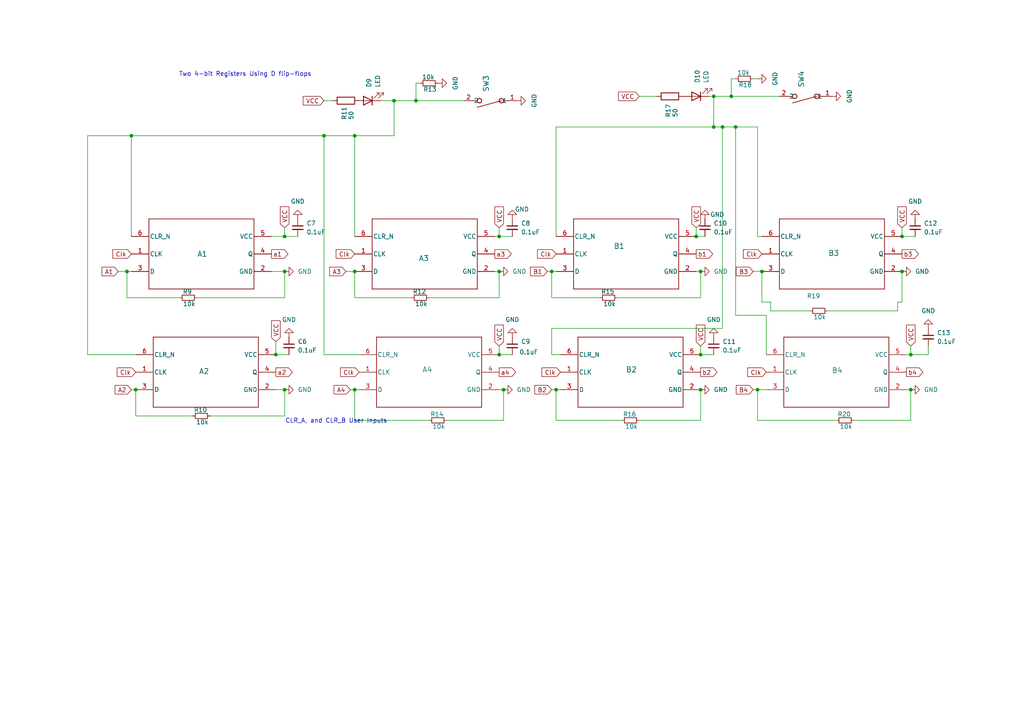
<source format=kicad_sch>
(kicad_sch
	(version 20231120)
	(generator "eeschema")
	(generator_version "8.0")
	(uuid "3cb535f7-1c3f-46c3-aaa5-ae00864dfef9")
	(paper "A4")
	(lib_symbols
		(symbol "1DIP-Switch:CFS-0102TB"
			(pin_names
				(offset 0.254)
			)
			(exclude_from_sim no)
			(in_bom yes)
			(on_board yes)
			(property "Reference" "SW"
				(at 7.62 3.81 0)
				(effects
					(font
						(size 1.524 1.524)
					)
				)
			)
			(property "Value" "CFS-0102TB"
				(at 0 0 0)
				(effects
					(font
						(size 1.524 1.524)
					)
				)
			)
			(property "Footprint" "SW2_CFS-0102TB_NDC"
				(at 0 0 0)
				(effects
					(font
						(size 1.27 1.27)
						(italic yes)
					)
					(hide yes)
				)
			)
			(property "Datasheet" "CFS-0102TB"
				(at 0 0 0)
				(effects
					(font
						(size 1.27 1.27)
						(italic yes)
					)
					(hide yes)
				)
			)
			(property "Description" ""
				(at 0 0 0)
				(effects
					(font
						(size 1.27 1.27)
					)
					(hide yes)
				)
			)
			(property "ki_locked" ""
				(at 0 0 0)
				(effects
					(font
						(size 1.27 1.27)
					)
				)
			)
			(property "ki_keywords" "CFS-0102TB"
				(at 0 0 0)
				(effects
					(font
						(size 1.27 1.27)
					)
					(hide yes)
				)
			)
			(property "ki_fp_filters" "SW2_CFS-0102TB_NDC SW2_CFS-0102TB_NDC-M SW2_CFS-0102TB_NDC-L"
				(at 0 0 0)
				(effects
					(font
						(size 1.27 1.27)
					)
					(hide yes)
				)
			)
			(symbol "CFS-0102TB_0_1"
				(polyline
					(pts
						(xy 2.54 0) (xy 3.81 0)
					)
					(stroke
						(width 0.2032)
						(type default)
					)
					(fill
						(type none)
					)
				)
				(polyline
					(pts
						(xy 4.445 0) (xy 11.43 1.905)
					)
					(stroke
						(width 0.2032)
						(type default)
					)
					(fill
						(type none)
					)
				)
				(polyline
					(pts
						(xy 12.7 0) (xy 11.43 0)
					)
					(stroke
						(width 0.2032)
						(type default)
					)
					(fill
						(type none)
					)
				)
				(circle
					(center 4.445 0)
					(radius 0.635)
					(stroke
						(width 0.254)
						(type default)
					)
					(fill
						(type none)
					)
				)
				(circle
					(center 10.795 0)
					(radius 0.635)
					(stroke
						(width 0.254)
						(type default)
					)
					(fill
						(type none)
					)
				)
				(pin unspecified line
					(at 0 0 0)
					(length 2.54)
					(name "1"
						(effects
							(font
								(size 1.27 1.27)
							)
						)
					)
					(number "1"
						(effects
							(font
								(size 1.27 1.27)
							)
						)
					)
				)
				(pin unspecified line
					(at 15.24 0 180)
					(length 2.54)
					(name "2"
						(effects
							(font
								(size 1.27 1.27)
							)
						)
					)
					(number "2"
						(effects
							(font
								(size 1.27 1.27)
							)
						)
					)
				)
			)
		)
		(symbol "D-Flip Flop with Aysnch Clear:SN74LVC1G175DCKR"
			(pin_names
				(offset 0.254)
			)
			(exclude_from_sim no)
			(in_bom yes)
			(on_board yes)
			(property "Reference" "U"
				(at 0 2.54 0)
				(effects
					(font
						(size 1.524 1.524)
					)
				)
			)
			(property "Value" "SN74LVC1G175DCKR"
				(at 0 0 0)
				(effects
					(font
						(size 1.524 1.524)
					)
				)
			)
			(property "Footprint" "DCK0006A_N"
				(at 0 0 0)
				(effects
					(font
						(size 1.27 1.27)
						(italic yes)
					)
					(hide yes)
				)
			)
			(property "Datasheet" "SN74LVC1G175DCKR"
				(at 0 0 0)
				(effects
					(font
						(size 1.27 1.27)
						(italic yes)
					)
					(hide yes)
				)
			)
			(property "Description" ""
				(at 0 0 0)
				(effects
					(font
						(size 1.27 1.27)
					)
					(hide yes)
				)
			)
			(property "ki_locked" ""
				(at 0 0 0)
				(effects
					(font
						(size 1.27 1.27)
					)
				)
			)
			(property "ki_keywords" "SN74LVC1G175DCKR"
				(at 0 0 0)
				(effects
					(font
						(size 1.27 1.27)
					)
					(hide yes)
				)
			)
			(property "ki_fp_filters" "DCK0006A_N DCK0006A_M DCK0006A_L"
				(at 0 0 0)
				(effects
					(font
						(size 1.27 1.27)
					)
					(hide yes)
				)
			)
			(symbol "SN74LVC1G175DCKR_0_1"
				(polyline
					(pts
						(xy -15.24 -10.16) (xy 15.24 -10.16)
					)
					(stroke
						(width 0.2032)
						(type default)
					)
					(fill
						(type none)
					)
				)
				(polyline
					(pts
						(xy -15.24 10.16) (xy -15.24 -10.16)
					)
					(stroke
						(width 0.2032)
						(type default)
					)
					(fill
						(type none)
					)
				)
				(polyline
					(pts
						(xy 15.24 -10.16) (xy 15.24 10.16)
					)
					(stroke
						(width 0.2032)
						(type default)
					)
					(fill
						(type none)
					)
				)
				(polyline
					(pts
						(xy 15.24 10.16) (xy -15.24 10.16)
					)
					(stroke
						(width 0.2032)
						(type default)
					)
					(fill
						(type none)
					)
				)
				(pin input line
					(at -20.32 0 0)
					(length 5.08)
					(name "CLK"
						(effects
							(font
								(size 1.27 1.27)
							)
						)
					)
					(number "1"
						(effects
							(font
								(size 1.27 1.27)
							)
						)
					)
				)
				(pin power_in line
					(at 20.32 -5.08 180)
					(length 5.08)
					(name "GND"
						(effects
							(font
								(size 1.27 1.27)
							)
						)
					)
					(number "2"
						(effects
							(font
								(size 1.27 1.27)
							)
						)
					)
				)
				(pin input line
					(at -20.32 -5.08 0)
					(length 5.08)
					(name "D"
						(effects
							(font
								(size 1.27 1.27)
							)
						)
					)
					(number "3"
						(effects
							(font
								(size 1.27 1.27)
							)
						)
					)
				)
				(pin output line
					(at 20.32 0 180)
					(length 5.08)
					(name "Q"
						(effects
							(font
								(size 1.27 1.27)
							)
						)
					)
					(number "4"
						(effects
							(font
								(size 1.27 1.27)
							)
						)
					)
				)
				(pin power_in line
					(at 20.32 5.08 180)
					(length 5.08)
					(name "VCC"
						(effects
							(font
								(size 1.27 1.27)
							)
						)
					)
					(number "5"
						(effects
							(font
								(size 1.27 1.27)
							)
						)
					)
				)
				(pin input line
					(at -20.32 5.08 0)
					(length 5.08)
					(name "CLR_N"
						(effects
							(font
								(size 1.27 1.27)
							)
						)
					)
					(number "6"
						(effects
							(font
								(size 1.27 1.27)
							)
						)
					)
				)
			)
		)
		(symbol "Device:C_Small"
			(pin_numbers hide)
			(pin_names
				(offset 0.254) hide)
			(exclude_from_sim no)
			(in_bom yes)
			(on_board yes)
			(property "Reference" "C"
				(at 0.254 1.778 0)
				(effects
					(font
						(size 1.27 1.27)
					)
					(justify left)
				)
			)
			(property "Value" "C_Small"
				(at 0.254 -2.032 0)
				(effects
					(font
						(size 1.27 1.27)
					)
					(justify left)
				)
			)
			(property "Footprint" ""
				(at 0 0 0)
				(effects
					(font
						(size 1.27 1.27)
					)
					(hide yes)
				)
			)
			(property "Datasheet" "~"
				(at 0 0 0)
				(effects
					(font
						(size 1.27 1.27)
					)
					(hide yes)
				)
			)
			(property "Description" "Unpolarized capacitor, small symbol"
				(at 0 0 0)
				(effects
					(font
						(size 1.27 1.27)
					)
					(hide yes)
				)
			)
			(property "ki_keywords" "capacitor cap"
				(at 0 0 0)
				(effects
					(font
						(size 1.27 1.27)
					)
					(hide yes)
				)
			)
			(property "ki_fp_filters" "C_*"
				(at 0 0 0)
				(effects
					(font
						(size 1.27 1.27)
					)
					(hide yes)
				)
			)
			(symbol "C_Small_0_1"
				(polyline
					(pts
						(xy -1.524 -0.508) (xy 1.524 -0.508)
					)
					(stroke
						(width 0.3302)
						(type default)
					)
					(fill
						(type none)
					)
				)
				(polyline
					(pts
						(xy -1.524 0.508) (xy 1.524 0.508)
					)
					(stroke
						(width 0.3048)
						(type default)
					)
					(fill
						(type none)
					)
				)
			)
			(symbol "C_Small_1_1"
				(pin passive line
					(at 0 2.54 270)
					(length 2.032)
					(name "~"
						(effects
							(font
								(size 1.27 1.27)
							)
						)
					)
					(number "1"
						(effects
							(font
								(size 1.27 1.27)
							)
						)
					)
				)
				(pin passive line
					(at 0 -2.54 90)
					(length 2.032)
					(name "~"
						(effects
							(font
								(size 1.27 1.27)
							)
						)
					)
					(number "2"
						(effects
							(font
								(size 1.27 1.27)
							)
						)
					)
				)
			)
		)
		(symbol "Device:LED"
			(pin_numbers hide)
			(pin_names
				(offset 1.016) hide)
			(exclude_from_sim no)
			(in_bom yes)
			(on_board yes)
			(property "Reference" "D"
				(at 0 2.54 0)
				(effects
					(font
						(size 1.27 1.27)
					)
				)
			)
			(property "Value" "LED"
				(at 0 -2.54 0)
				(effects
					(font
						(size 1.27 1.27)
					)
				)
			)
			(property "Footprint" ""
				(at 0 0 0)
				(effects
					(font
						(size 1.27 1.27)
					)
					(hide yes)
				)
			)
			(property "Datasheet" "~"
				(at 0 0 0)
				(effects
					(font
						(size 1.27 1.27)
					)
					(hide yes)
				)
			)
			(property "Description" "Light emitting diode"
				(at 0 0 0)
				(effects
					(font
						(size 1.27 1.27)
					)
					(hide yes)
				)
			)
			(property "ki_keywords" "LED diode"
				(at 0 0 0)
				(effects
					(font
						(size 1.27 1.27)
					)
					(hide yes)
				)
			)
			(property "ki_fp_filters" "LED* LED_SMD:* LED_THT:*"
				(at 0 0 0)
				(effects
					(font
						(size 1.27 1.27)
					)
					(hide yes)
				)
			)
			(symbol "LED_0_1"
				(polyline
					(pts
						(xy -1.27 -1.27) (xy -1.27 1.27)
					)
					(stroke
						(width 0.254)
						(type default)
					)
					(fill
						(type none)
					)
				)
				(polyline
					(pts
						(xy -1.27 0) (xy 1.27 0)
					)
					(stroke
						(width 0)
						(type default)
					)
					(fill
						(type none)
					)
				)
				(polyline
					(pts
						(xy 1.27 -1.27) (xy 1.27 1.27) (xy -1.27 0) (xy 1.27 -1.27)
					)
					(stroke
						(width 0.254)
						(type default)
					)
					(fill
						(type none)
					)
				)
				(polyline
					(pts
						(xy -3.048 -0.762) (xy -4.572 -2.286) (xy -3.81 -2.286) (xy -4.572 -2.286) (xy -4.572 -1.524)
					)
					(stroke
						(width 0)
						(type default)
					)
					(fill
						(type none)
					)
				)
				(polyline
					(pts
						(xy -1.778 -0.762) (xy -3.302 -2.286) (xy -2.54 -2.286) (xy -3.302 -2.286) (xy -3.302 -1.524)
					)
					(stroke
						(width 0)
						(type default)
					)
					(fill
						(type none)
					)
				)
			)
			(symbol "LED_1_1"
				(pin passive line
					(at -3.81 0 0)
					(length 2.54)
					(name "K"
						(effects
							(font
								(size 1.27 1.27)
							)
						)
					)
					(number "1"
						(effects
							(font
								(size 1.27 1.27)
							)
						)
					)
				)
				(pin passive line
					(at 3.81 0 180)
					(length 2.54)
					(name "A"
						(effects
							(font
								(size 1.27 1.27)
							)
						)
					)
					(number "2"
						(effects
							(font
								(size 1.27 1.27)
							)
						)
					)
				)
			)
		)
		(symbol "Device:R"
			(pin_numbers hide)
			(pin_names
				(offset 0)
			)
			(exclude_from_sim no)
			(in_bom yes)
			(on_board yes)
			(property "Reference" "R"
				(at 2.032 0 90)
				(effects
					(font
						(size 1.27 1.27)
					)
				)
			)
			(property "Value" "R"
				(at 0 0 90)
				(effects
					(font
						(size 1.27 1.27)
					)
				)
			)
			(property "Footprint" ""
				(at -1.778 0 90)
				(effects
					(font
						(size 1.27 1.27)
					)
					(hide yes)
				)
			)
			(property "Datasheet" "~"
				(at 0 0 0)
				(effects
					(font
						(size 1.27 1.27)
					)
					(hide yes)
				)
			)
			(property "Description" "Resistor"
				(at 0 0 0)
				(effects
					(font
						(size 1.27 1.27)
					)
					(hide yes)
				)
			)
			(property "ki_keywords" "R res resistor"
				(at 0 0 0)
				(effects
					(font
						(size 1.27 1.27)
					)
					(hide yes)
				)
			)
			(property "ki_fp_filters" "R_*"
				(at 0 0 0)
				(effects
					(font
						(size 1.27 1.27)
					)
					(hide yes)
				)
			)
			(symbol "R_0_1"
				(rectangle
					(start -1.016 -2.54)
					(end 1.016 2.54)
					(stroke
						(width 0.254)
						(type default)
					)
					(fill
						(type none)
					)
				)
			)
			(symbol "R_1_1"
				(pin passive line
					(at 0 3.81 270)
					(length 1.27)
					(name "~"
						(effects
							(font
								(size 1.27 1.27)
							)
						)
					)
					(number "1"
						(effects
							(font
								(size 1.27 1.27)
							)
						)
					)
				)
				(pin passive line
					(at 0 -3.81 90)
					(length 1.27)
					(name "~"
						(effects
							(font
								(size 1.27 1.27)
							)
						)
					)
					(number "2"
						(effects
							(font
								(size 1.27 1.27)
							)
						)
					)
				)
			)
		)
		(symbol "Device:R_Small"
			(pin_numbers hide)
			(pin_names
				(offset 0.254) hide)
			(exclude_from_sim no)
			(in_bom yes)
			(on_board yes)
			(property "Reference" "R"
				(at 0.762 0.508 0)
				(effects
					(font
						(size 1.27 1.27)
					)
					(justify left)
				)
			)
			(property "Value" "R_Small"
				(at 0.762 -1.016 0)
				(effects
					(font
						(size 1.27 1.27)
					)
					(justify left)
				)
			)
			(property "Footprint" ""
				(at 0 0 0)
				(effects
					(font
						(size 1.27 1.27)
					)
					(hide yes)
				)
			)
			(property "Datasheet" "~"
				(at 0 0 0)
				(effects
					(font
						(size 1.27 1.27)
					)
					(hide yes)
				)
			)
			(property "Description" "Resistor, small symbol"
				(at 0 0 0)
				(effects
					(font
						(size 1.27 1.27)
					)
					(hide yes)
				)
			)
			(property "ki_keywords" "R resistor"
				(at 0 0 0)
				(effects
					(font
						(size 1.27 1.27)
					)
					(hide yes)
				)
			)
			(property "ki_fp_filters" "R_*"
				(at 0 0 0)
				(effects
					(font
						(size 1.27 1.27)
					)
					(hide yes)
				)
			)
			(symbol "R_Small_0_1"
				(rectangle
					(start -0.762 1.778)
					(end 0.762 -1.778)
					(stroke
						(width 0.2032)
						(type default)
					)
					(fill
						(type none)
					)
				)
			)
			(symbol "R_Small_1_1"
				(pin passive line
					(at 0 2.54 270)
					(length 0.762)
					(name "~"
						(effects
							(font
								(size 1.27 1.27)
							)
						)
					)
					(number "1"
						(effects
							(font
								(size 1.27 1.27)
							)
						)
					)
				)
				(pin passive line
					(at 0 -2.54 90)
					(length 0.762)
					(name "~"
						(effects
							(font
								(size 1.27 1.27)
							)
						)
					)
					(number "2"
						(effects
							(font
								(size 1.27 1.27)
							)
						)
					)
				)
			)
		)
		(symbol "power:GND"
			(power)
			(pin_numbers hide)
			(pin_names
				(offset 0) hide)
			(exclude_from_sim no)
			(in_bom yes)
			(on_board yes)
			(property "Reference" "#PWR"
				(at 0 -6.35 0)
				(effects
					(font
						(size 1.27 1.27)
					)
					(hide yes)
				)
			)
			(property "Value" "GND"
				(at 0 -3.81 0)
				(effects
					(font
						(size 1.27 1.27)
					)
				)
			)
			(property "Footprint" ""
				(at 0 0 0)
				(effects
					(font
						(size 1.27 1.27)
					)
					(hide yes)
				)
			)
			(property "Datasheet" ""
				(at 0 0 0)
				(effects
					(font
						(size 1.27 1.27)
					)
					(hide yes)
				)
			)
			(property "Description" "Power symbol creates a global label with name \"GND\" , ground"
				(at 0 0 0)
				(effects
					(font
						(size 1.27 1.27)
					)
					(hide yes)
				)
			)
			(property "ki_keywords" "global power"
				(at 0 0 0)
				(effects
					(font
						(size 1.27 1.27)
					)
					(hide yes)
				)
			)
			(symbol "GND_0_1"
				(polyline
					(pts
						(xy 0 0) (xy 0 -1.27) (xy 1.27 -1.27) (xy 0 -2.54) (xy -1.27 -1.27) (xy 0 -1.27)
					)
					(stroke
						(width 0)
						(type default)
					)
					(fill
						(type none)
					)
				)
			)
			(symbol "GND_1_1"
				(pin power_in line
					(at 0 0 270)
					(length 0)
					(name "~"
						(effects
							(font
								(size 1.27 1.27)
							)
						)
					)
					(number "1"
						(effects
							(font
								(size 1.27 1.27)
							)
						)
					)
				)
			)
		)
	)
	(junction
		(at 160.02 78.74)
		(diameter 0)
		(color 0 0 0 0)
		(uuid "04e8ee2f-3bca-4888-b42d-246350a4d2a4")
	)
	(junction
		(at 144.78 78.74)
		(diameter 0)
		(color 0 0 0 0)
		(uuid "0abefb84-8685-4f2a-a4f0-168c49018926")
	)
	(junction
		(at 36.83 78.74)
		(diameter 0)
		(color 0 0 0 0)
		(uuid "127c92d8-1a95-42f9-baed-9d03802c2b92")
	)
	(junction
		(at 261.62 78.74)
		(diameter 0)
		(color 0 0 0 0)
		(uuid "2a6163f9-96af-4150-9a88-7f0934ecaa1e")
	)
	(junction
		(at 209.55 36.83)
		(diameter 0)
		(color 0 0 0 0)
		(uuid "2c332bb2-2b99-4759-b46c-6a67967b9b39")
	)
	(junction
		(at 82.55 78.74)
		(diameter 0)
		(color 0 0 0 0)
		(uuid "2f9b3663-466f-4f0b-9779-f93e3526f441")
	)
	(junction
		(at 114.3 29.21)
		(diameter 0)
		(color 0 0 0 0)
		(uuid "34b0a088-fd38-44ec-b479-116eaeb3bb0c")
	)
	(junction
		(at 201.93 68.58)
		(diameter 0)
		(color 0 0 0 0)
		(uuid "38d9d708-0bec-49a9-920f-d00c686e33ce")
	)
	(junction
		(at 264.16 102.87)
		(diameter 0)
		(color 0 0 0 0)
		(uuid "48b10322-1350-430f-9a60-c5b02839fb6c")
	)
	(junction
		(at 212.09 27.94)
		(diameter 0)
		(color 0 0 0 0)
		(uuid "4c51f444-a7a1-44fb-8596-bc961c240a16")
	)
	(junction
		(at 39.37 113.03)
		(diameter 0)
		(color 0 0 0 0)
		(uuid "52a024c7-c471-416f-84fe-9e11de2179a8")
	)
	(junction
		(at 207.01 36.83)
		(diameter 0)
		(color 0 0 0 0)
		(uuid "52cdeedb-4433-4ce9-ae67-45bc70248ffe")
	)
	(junction
		(at 82.55 68.58)
		(diameter 0)
		(color 0 0 0 0)
		(uuid "5bd90f2c-5b68-4eba-a5c7-1f0766fb1b87")
	)
	(junction
		(at 144.78 102.87)
		(diameter 0)
		(color 0 0 0 0)
		(uuid "5d9f187f-6ae9-4cb8-9406-39d653c6a283")
	)
	(junction
		(at 219.71 113.03)
		(diameter 0)
		(color 0 0 0 0)
		(uuid "60e33ad0-ec0d-42fc-adf6-e6bb9d8227a3")
	)
	(junction
		(at 261.62 68.58)
		(diameter 0)
		(color 0 0 0 0)
		(uuid "64542c64-8a14-4bff-a0a2-dfa363baaa1e")
	)
	(junction
		(at 203.2 102.87)
		(diameter 0)
		(color 0 0 0 0)
		(uuid "682f467d-0659-4fae-946f-b12dc76a45e8")
	)
	(junction
		(at 120.65 29.21)
		(diameter 0)
		(color 0 0 0 0)
		(uuid "71a2979d-23b7-4562-8755-5c68a07e7695")
	)
	(junction
		(at 93.98 39.37)
		(diameter 0)
		(color 0 0 0 0)
		(uuid "7d411986-aba5-49dd-b75a-184f2636d0ed")
	)
	(junction
		(at 38.1 39.37)
		(diameter 0)
		(color 0 0 0 0)
		(uuid "88398d74-539f-4097-bb62-556be85fd21d")
	)
	(junction
		(at 102.87 39.37)
		(diameter 0)
		(color 0 0 0 0)
		(uuid "9574f05b-dc77-4fe9-ac5a-894d6db48548")
	)
	(junction
		(at 102.87 113.03)
		(diameter 0)
		(color 0 0 0 0)
		(uuid "98e1bc47-3c05-48f2-93f5-8b626d9c8c2c")
	)
	(junction
		(at 82.55 113.03)
		(diameter 0)
		(color 0 0 0 0)
		(uuid "99ad29bd-d915-4b70-9f83-bf408bf76aa5")
	)
	(junction
		(at 146.05 113.03)
		(diameter 0)
		(color 0 0 0 0)
		(uuid "ab3d93f4-29ee-477a-b6a8-01998cf72dcf")
	)
	(junction
		(at 264.16 113.03)
		(diameter 0)
		(color 0 0 0 0)
		(uuid "ab9a3926-9ecd-45bb-b6de-58c5008792a0")
	)
	(junction
		(at 203.2 78.74)
		(diameter 0)
		(color 0 0 0 0)
		(uuid "ae4a5dc7-f3de-435c-b337-4f67416590bf")
	)
	(junction
		(at 203.2 113.03)
		(diameter 0)
		(color 0 0 0 0)
		(uuid "b96bb31b-8d47-46d5-9b3e-1fa0339f1d98")
	)
	(junction
		(at 80.01 102.87)
		(diameter 0)
		(color 0 0 0 0)
		(uuid "bfa63096-949b-4b0c-8afd-fe65e1f0c2c8")
	)
	(junction
		(at 161.29 113.03)
		(diameter 0)
		(color 0 0 0 0)
		(uuid "c743362f-d218-40f1-9919-c56ae837ffca")
	)
	(junction
		(at 144.78 68.58)
		(diameter 0)
		(color 0 0 0 0)
		(uuid "d5843e99-4c58-4e7a-a49d-7e739568121f")
	)
	(junction
		(at 102.87 78.74)
		(diameter 0)
		(color 0 0 0 0)
		(uuid "db87b52e-44de-4065-8498-e4548f3856a6")
	)
	(junction
		(at 213.36 36.83)
		(diameter 0)
		(color 0 0 0 0)
		(uuid "ed064318-5cce-4041-b665-519ed1b23a9c")
	)
	(junction
		(at 207.01 27.94)
		(diameter 0)
		(color 0 0 0 0)
		(uuid "ed72a1bb-170f-4b61-989c-36dfc3c01cb0")
	)
	(junction
		(at 220.98 78.74)
		(diameter 0)
		(color 0 0 0 0)
		(uuid "f96c0901-fc16-4d61-8f4a-cc86ce95dbb0")
	)
	(wire
		(pts
			(xy 223.52 87.63) (xy 220.98 87.63)
		)
		(stroke
			(width 0)
			(type default)
		)
		(uuid "01636e72-662b-46b3-a6a2-a07fb5becc31")
	)
	(wire
		(pts
			(xy 38.1 39.37) (xy 93.98 39.37)
		)
		(stroke
			(width 0)
			(type default)
		)
		(uuid "04e040a9-a127-496d-8dd5-dadc32c277d8")
	)
	(wire
		(pts
			(xy 124.46 86.36) (xy 144.78 86.36)
		)
		(stroke
			(width 0)
			(type default)
		)
		(uuid "04ed40f9-8957-4e78-b61e-5ca349e6511b")
	)
	(wire
		(pts
			(xy 120.65 29.21) (xy 114.3 29.21)
		)
		(stroke
			(width 0)
			(type default)
		)
		(uuid "053362f2-6357-4214-8e19-ddbd2e4c576a")
	)
	(wire
		(pts
			(xy 219.71 22.86) (xy 218.44 22.86)
		)
		(stroke
			(width 0)
			(type default)
		)
		(uuid "05e2a61f-a359-44fb-a71b-81b951dc1570")
	)
	(wire
		(pts
			(xy 57.15 86.36) (xy 82.55 86.36)
		)
		(stroke
			(width 0)
			(type default)
		)
		(uuid "064ba59f-c8be-4b81-a2f7-089ecabaeaa6")
	)
	(wire
		(pts
			(xy 219.71 68.58) (xy 220.98 68.58)
		)
		(stroke
			(width 0)
			(type default)
		)
		(uuid "07cab4e3-187f-4a52-8fe7-1a0f201c6bcc")
	)
	(wire
		(pts
			(xy 185.42 27.94) (xy 190.5 27.94)
		)
		(stroke
			(width 0)
			(type default)
		)
		(uuid "09b51cda-fac9-4135-9926-0eef3accaa16")
	)
	(wire
		(pts
			(xy 260.35 87.63) (xy 260.35 90.17)
		)
		(stroke
			(width 0)
			(type default)
		)
		(uuid "0a115bf9-9c91-430d-ad7d-511da2f8a804")
	)
	(wire
		(pts
			(xy 203.2 121.92) (xy 203.2 113.03)
		)
		(stroke
			(width 0)
			(type default)
		)
		(uuid "0ba3732c-cb49-4914-8a87-112d46aaa926")
	)
	(wire
		(pts
			(xy 102.87 39.37) (xy 114.3 39.37)
		)
		(stroke
			(width 0)
			(type default)
		)
		(uuid "0df406e3-3743-4ea9-b2f5-c5ad00f508c9")
	)
	(wire
		(pts
			(xy 179.07 86.36) (xy 203.2 86.36)
		)
		(stroke
			(width 0)
			(type default)
		)
		(uuid "0f077955-5a36-4b90-ba81-5219fa6dffc2")
	)
	(wire
		(pts
			(xy 203.2 102.87) (xy 207.01 102.87)
		)
		(stroke
			(width 0)
			(type default)
		)
		(uuid "12a41f8c-9afc-48ec-be67-400e587d1894")
	)
	(wire
		(pts
			(xy 60.96 120.65) (xy 82.55 120.65)
		)
		(stroke
			(width 0)
			(type default)
		)
		(uuid "12c7aa59-4fb4-4cd9-965f-d3d56cf7945f")
	)
	(wire
		(pts
			(xy 160.02 102.87) (xy 160.02 95.25)
		)
		(stroke
			(width 0)
			(type default)
		)
		(uuid "15453fc1-96a1-4c9a-a4a7-853fe9d25772")
	)
	(wire
		(pts
			(xy 260.35 90.17) (xy 240.03 90.17)
		)
		(stroke
			(width 0)
			(type default)
		)
		(uuid "160f00aa-0ca2-4341-99e6-2331074d8993")
	)
	(wire
		(pts
			(xy 262.89 102.87) (xy 264.16 102.87)
		)
		(stroke
			(width 0)
			(type default)
		)
		(uuid "17fee6fd-81ad-416d-a750-9779ec2c2286")
	)
	(wire
		(pts
			(xy 261.62 68.58) (xy 265.43 68.58)
		)
		(stroke
			(width 0)
			(type default)
		)
		(uuid "194e8885-df81-4ef4-9f00-59133bfc3b06")
	)
	(wire
		(pts
			(xy 218.44 113.03) (xy 219.71 113.03)
		)
		(stroke
			(width 0)
			(type default)
		)
		(uuid "1b5d0e94-282e-456d-b70c-77e0330f1c4f")
	)
	(wire
		(pts
			(xy 100.33 78.74) (xy 102.87 78.74)
		)
		(stroke
			(width 0)
			(type default)
		)
		(uuid "1bdd1dd9-eff8-4d71-834a-a1b191acb246")
	)
	(wire
		(pts
			(xy 104.14 29.21) (xy 102.87 29.21)
		)
		(stroke
			(width 0)
			(type default)
		)
		(uuid "1c78b3a5-7045-4ed7-81fe-96b7c7e552cf")
	)
	(wire
		(pts
			(xy 80.01 102.87) (xy 83.82 102.87)
		)
		(stroke
			(width 0)
			(type default)
		)
		(uuid "1ec292c6-c093-44e2-b28f-457b57fff04a")
	)
	(wire
		(pts
			(xy 52.07 86.36) (xy 36.83 86.36)
		)
		(stroke
			(width 0)
			(type default)
		)
		(uuid "202f20c5-ab5f-466c-82f3-47bea20304ab")
	)
	(wire
		(pts
			(xy 220.98 78.74) (xy 220.98 87.63)
		)
		(stroke
			(width 0)
			(type default)
		)
		(uuid "209aa46c-1efc-4590-9f6c-976af3ba937f")
	)
	(wire
		(pts
			(xy 146.05 113.03) (xy 144.78 113.03)
		)
		(stroke
			(width 0)
			(type default)
		)
		(uuid "2577062c-b41e-444e-a540-ea3b926ec333")
	)
	(wire
		(pts
			(xy 55.88 120.65) (xy 39.37 120.65)
		)
		(stroke
			(width 0)
			(type default)
		)
		(uuid "25b7bdc4-f2b8-44c4-bc40-e91db4213d6d")
	)
	(wire
		(pts
			(xy 160.02 78.74) (xy 160.02 86.36)
		)
		(stroke
			(width 0)
			(type default)
		)
		(uuid "26da8a26-098b-4fe4-b90f-3f4858721277")
	)
	(wire
		(pts
			(xy 38.1 39.37) (xy 38.1 68.58)
		)
		(stroke
			(width 0)
			(type default)
		)
		(uuid "27e250a0-7f8c-44c2-b8cd-4006bcd6fa25")
	)
	(wire
		(pts
			(xy 222.25 102.87) (xy 222.25 91.44)
		)
		(stroke
			(width 0)
			(type default)
		)
		(uuid "2958c2cc-8fe8-4928-bff3-fbd0d0593e7e")
	)
	(wire
		(pts
			(xy 82.55 120.65) (xy 82.55 113.03)
		)
		(stroke
			(width 0)
			(type default)
		)
		(uuid "2a60b91d-4d65-425e-b338-1f9f92fcea80")
	)
	(wire
		(pts
			(xy 158.75 78.74) (xy 160.02 78.74)
		)
		(stroke
			(width 0)
			(type default)
		)
		(uuid "2f424d32-fa36-476f-b7ea-be6a561b8d12")
	)
	(wire
		(pts
			(xy 160.02 78.74) (xy 161.29 78.74)
		)
		(stroke
			(width 0)
			(type default)
		)
		(uuid "2fbe872d-178a-4434-babd-043b15abb152")
	)
	(wire
		(pts
			(xy 80.01 113.03) (xy 82.55 113.03)
		)
		(stroke
			(width 0)
			(type default)
		)
		(uuid "2fc34d74-67b3-4ac8-96d3-57f2528a1e9b")
	)
	(wire
		(pts
			(xy 82.55 66.04) (xy 82.55 68.58)
		)
		(stroke
			(width 0)
			(type default)
		)
		(uuid "30e891be-d531-49a9-98b7-0c1135c1efc9")
	)
	(wire
		(pts
			(xy 223.52 90.17) (xy 234.95 90.17)
		)
		(stroke
			(width 0)
			(type default)
		)
		(uuid "313a39aa-196c-4f58-91a2-3daaf17f40fd")
	)
	(wire
		(pts
			(xy 36.83 78.74) (xy 38.1 78.74)
		)
		(stroke
			(width 0)
			(type default)
		)
		(uuid "31e85de0-049a-47c0-b4f2-fde63fb6061f")
	)
	(wire
		(pts
			(xy 212.09 27.94) (xy 212.09 22.86)
		)
		(stroke
			(width 0)
			(type default)
		)
		(uuid "323adc07-c63f-4445-a42f-e6585ecbf428")
	)
	(wire
		(pts
			(xy 144.78 86.36) (xy 144.78 78.74)
		)
		(stroke
			(width 0)
			(type default)
		)
		(uuid "32779a93-03fe-419f-8c72-94b5ecf562e3")
	)
	(wire
		(pts
			(xy 102.87 113.03) (xy 104.14 113.03)
		)
		(stroke
			(width 0)
			(type default)
		)
		(uuid "3289ec7d-fadb-4827-a478-518b3878ee3f")
	)
	(wire
		(pts
			(xy 219.71 113.03) (xy 222.25 113.03)
		)
		(stroke
			(width 0)
			(type default)
		)
		(uuid "39b755d9-0f0b-4d63-a9f7-fc4effd25187")
	)
	(wire
		(pts
			(xy 212.09 27.94) (xy 226.06 27.94)
		)
		(stroke
			(width 0)
			(type default)
		)
		(uuid "3f855b49-bd35-4b90-ab6c-43558315d7b3")
	)
	(wire
		(pts
			(xy 203.2 78.74) (xy 201.93 78.74)
		)
		(stroke
			(width 0)
			(type default)
		)
		(uuid "3fcb45a5-3d5d-4404-9daf-9ab9c37c2830")
	)
	(wire
		(pts
			(xy 101.6 113.03) (xy 102.87 113.03)
		)
		(stroke
			(width 0)
			(type default)
		)
		(uuid "3fd14fd3-7e1a-4450-bcf8-04d0d6245053")
	)
	(wire
		(pts
			(xy 78.74 68.58) (xy 82.55 68.58)
		)
		(stroke
			(width 0)
			(type default)
		)
		(uuid "3fed212f-6593-4b32-930b-11853064a346")
	)
	(wire
		(pts
			(xy 96.52 29.21) (xy 93.98 29.21)
		)
		(stroke
			(width 0)
			(type default)
		)
		(uuid "457f46e9-4f1b-446f-9e6f-17c3c5c6e568")
	)
	(wire
		(pts
			(xy 102.87 86.36) (xy 102.87 78.74)
		)
		(stroke
			(width 0)
			(type default)
		)
		(uuid "4a033e2f-51c9-458c-8210-3049015b3959")
	)
	(wire
		(pts
			(xy 203.2 86.36) (xy 203.2 78.74)
		)
		(stroke
			(width 0)
			(type default)
		)
		(uuid "4a91a759-bcf0-49a8-9a6c-3c973653ee1a")
	)
	(wire
		(pts
			(xy 146.05 121.92) (xy 146.05 113.03)
		)
		(stroke
			(width 0)
			(type default)
		)
		(uuid "51f6312a-37f5-496d-a9d3-b15e4f564473")
	)
	(wire
		(pts
			(xy 222.25 91.44) (xy 213.36 91.44)
		)
		(stroke
			(width 0)
			(type default)
		)
		(uuid "55e48231-c41a-4f0a-93d6-3375ff17fbaf")
	)
	(wire
		(pts
			(xy 144.78 66.04) (xy 144.78 68.58)
		)
		(stroke
			(width 0)
			(type default)
		)
		(uuid "5aa442fd-48dc-4523-9701-8a8ad92c6c54")
	)
	(wire
		(pts
			(xy 264.16 100.33) (xy 264.16 102.87)
		)
		(stroke
			(width 0)
			(type default)
		)
		(uuid "5d3cbaea-4b8e-490c-af04-ea03382fc951")
	)
	(wire
		(pts
			(xy 134.62 29.21) (xy 120.65 29.21)
		)
		(stroke
			(width 0)
			(type default)
		)
		(uuid "5d69c1b5-12f9-4ec1-ad5d-3bc5a0381f22")
	)
	(wire
		(pts
			(xy 223.52 87.63) (xy 223.52 90.17)
		)
		(stroke
			(width 0)
			(type default)
		)
		(uuid "65f843d3-75db-4c77-9378-26fe8f77e025")
	)
	(wire
		(pts
			(xy 102.87 39.37) (xy 102.87 68.58)
		)
		(stroke
			(width 0)
			(type default)
		)
		(uuid "6dc82aa0-d8d9-4cf9-8314-f1d8304ba05f")
	)
	(wire
		(pts
			(xy 161.29 36.83) (xy 207.01 36.83)
		)
		(stroke
			(width 0)
			(type default)
		)
		(uuid "6ec515e9-b740-4c50-a795-7a597b96783b")
	)
	(wire
		(pts
			(xy 161.29 121.92) (xy 161.29 113.03)
		)
		(stroke
			(width 0)
			(type default)
		)
		(uuid "6f7da0fb-0fb8-4292-b10b-92cc31cb8780")
	)
	(wire
		(pts
			(xy 260.35 87.63) (xy 261.62 87.63)
		)
		(stroke
			(width 0)
			(type default)
		)
		(uuid "6ffda390-af13-4bbc-88d5-423ebe70976d")
	)
	(wire
		(pts
			(xy 207.01 36.83) (xy 207.01 27.94)
		)
		(stroke
			(width 0)
			(type default)
		)
		(uuid "7d6ab1df-9cec-407c-99e1-b48e0aa29bdc")
	)
	(wire
		(pts
			(xy 80.01 102.87) (xy 80.01 99.06)
		)
		(stroke
			(width 0)
			(type default)
		)
		(uuid "7de9f7a3-6f51-434a-88d7-a5a666939d34")
	)
	(wire
		(pts
			(xy 207.01 36.83) (xy 209.55 36.83)
		)
		(stroke
			(width 0)
			(type default)
		)
		(uuid "7e8646d5-0e38-4120-bac1-277f79f91dc7")
	)
	(wire
		(pts
			(xy 269.24 100.33) (xy 269.24 102.87)
		)
		(stroke
			(width 0)
			(type default)
		)
		(uuid "7f91111b-7ca3-46c9-a158-22c91d719e59")
	)
	(wire
		(pts
			(xy 93.98 39.37) (xy 102.87 39.37)
		)
		(stroke
			(width 0)
			(type default)
		)
		(uuid "807ad408-511c-4138-9b3f-27677d2330b4")
	)
	(wire
		(pts
			(xy 242.57 121.92) (xy 219.71 121.92)
		)
		(stroke
			(width 0)
			(type default)
		)
		(uuid "810a4c42-afe2-4771-9ed6-5d978e6c94ab")
	)
	(wire
		(pts
			(xy 82.55 68.58) (xy 86.36 68.58)
		)
		(stroke
			(width 0)
			(type default)
		)
		(uuid "814fadf3-694e-47f9-8e04-4f3b4692f42b")
	)
	(wire
		(pts
			(xy 264.16 113.03) (xy 262.89 113.03)
		)
		(stroke
			(width 0)
			(type default)
		)
		(uuid "8219768f-82a6-4c09-85d2-ee645a09db92")
	)
	(wire
		(pts
			(xy 201.93 68.58) (xy 204.47 68.58)
		)
		(stroke
			(width 0)
			(type default)
		)
		(uuid "82d20179-ef89-4561-a6e7-dbcd4e3b2ce7")
	)
	(wire
		(pts
			(xy 247.65 121.92) (xy 264.16 121.92)
		)
		(stroke
			(width 0)
			(type default)
		)
		(uuid "88dc6913-c358-4a7f-9b09-cd9e6e36f48f")
	)
	(wire
		(pts
			(xy 144.78 78.74) (xy 143.51 78.74)
		)
		(stroke
			(width 0)
			(type default)
		)
		(uuid "890506c7-a7e1-47c9-a41d-2e2a578ad0cc")
	)
	(wire
		(pts
			(xy 261.62 78.74) (xy 261.62 87.63)
		)
		(stroke
			(width 0)
			(type default)
		)
		(uuid "8a3e7652-d149-4314-911b-b786baa5923c")
	)
	(wire
		(pts
			(xy 144.78 68.58) (xy 148.59 68.58)
		)
		(stroke
			(width 0)
			(type default)
		)
		(uuid "8cf75b5e-7f8c-40e7-8eae-478df2130107")
	)
	(wire
		(pts
			(xy 129.54 121.92) (xy 146.05 121.92)
		)
		(stroke
			(width 0)
			(type default)
		)
		(uuid "8d09ec7c-c3ca-4a6a-80e5-6dc5d8e690ff")
	)
	(wire
		(pts
			(xy 160.02 95.25) (xy 209.55 95.25)
		)
		(stroke
			(width 0)
			(type default)
		)
		(uuid "8d508033-b96b-4314-a500-2ec5b98aa24b")
	)
	(wire
		(pts
			(xy 121.92 24.13) (xy 120.65 24.13)
		)
		(stroke
			(width 0)
			(type default)
		)
		(uuid "91b0c531-e2ca-4e3c-9e72-6b311abb3c87")
	)
	(wire
		(pts
			(xy 93.98 39.37) (xy 93.98 102.87)
		)
		(stroke
			(width 0)
			(type default)
		)
		(uuid "9e59f555-65a7-47d9-bf9d-d92b402be61c")
	)
	(wire
		(pts
			(xy 102.87 121.92) (xy 102.87 113.03)
		)
		(stroke
			(width 0)
			(type default)
		)
		(uuid "9f04f25a-3f52-4db3-93fe-d4fa710d98fa")
	)
	(wire
		(pts
			(xy 144.78 68.58) (xy 143.51 68.58)
		)
		(stroke
			(width 0)
			(type default)
		)
		(uuid "a3f7f26e-d8f4-49a3-9a7d-d68a0e41ab2f")
	)
	(wire
		(pts
			(xy 25.4 39.37) (xy 25.4 102.87)
		)
		(stroke
			(width 0)
			(type default)
		)
		(uuid "aa0d3cbd-a865-4e79-b777-43e42f2ebf65")
	)
	(wire
		(pts
			(xy 205.74 27.94) (xy 207.01 27.94)
		)
		(stroke
			(width 0)
			(type default)
		)
		(uuid "ab05a1e4-475a-4545-92e3-c12cbd8cbade")
	)
	(wire
		(pts
			(xy 203.2 102.87) (xy 203.2 100.33)
		)
		(stroke
			(width 0)
			(type default)
		)
		(uuid "ab8fe340-3904-4ec4-b733-10f2b7f4700f")
	)
	(wire
		(pts
			(xy 209.55 36.83) (xy 213.36 36.83)
		)
		(stroke
			(width 0)
			(type default)
		)
		(uuid "abf1733c-706b-4d58-80e6-618ba8758487")
	)
	(wire
		(pts
			(xy 25.4 39.37) (xy 38.1 39.37)
		)
		(stroke
			(width 0)
			(type default)
		)
		(uuid "add34ad8-e159-4f07-b3ec-8143d7b16b76")
	)
	(wire
		(pts
			(xy 104.14 102.87) (xy 93.98 102.87)
		)
		(stroke
			(width 0)
			(type default)
		)
		(uuid "af150e0d-a0e6-45d7-9475-f0448ccef38d")
	)
	(wire
		(pts
			(xy 207.01 27.94) (xy 212.09 27.94)
		)
		(stroke
			(width 0)
			(type default)
		)
		(uuid "af284983-455c-456c-b59b-352cb73e55cd")
	)
	(wire
		(pts
			(xy 261.62 66.04) (xy 261.62 68.58)
		)
		(stroke
			(width 0)
			(type default)
		)
		(uuid "b1e1b9d6-219d-4859-8a9a-41aff23f13d7")
	)
	(wire
		(pts
			(xy 82.55 78.74) (xy 82.55 86.36)
		)
		(stroke
			(width 0)
			(type default)
		)
		(uuid "b3ad012d-5273-40e9-a757-52ece38e5537")
	)
	(wire
		(pts
			(xy 119.38 86.36) (xy 102.87 86.36)
		)
		(stroke
			(width 0)
			(type default)
		)
		(uuid "b41bfb7a-792b-435f-b384-291ee160cf4d")
	)
	(wire
		(pts
			(xy 39.37 102.87) (xy 25.4 102.87)
		)
		(stroke
			(width 0)
			(type default)
		)
		(uuid "b46a45b6-8d45-431d-80d6-62b6794ca438")
	)
	(wire
		(pts
			(xy 180.34 121.92) (xy 161.29 121.92)
		)
		(stroke
			(width 0)
			(type default)
		)
		(uuid "b9679425-a11c-4258-9545-a2e05e21bd4e")
	)
	(wire
		(pts
			(xy 38.1 113.03) (xy 39.37 113.03)
		)
		(stroke
			(width 0)
			(type default)
		)
		(uuid "bb47cdc1-7384-41ce-bb4d-7bfd9d70c8f8")
	)
	(wire
		(pts
			(xy 124.46 121.92) (xy 102.87 121.92)
		)
		(stroke
			(width 0)
			(type default)
		)
		(uuid "bb627e2c-5ea7-48dc-a964-c5a61e390341")
	)
	(wire
		(pts
			(xy 78.74 78.74) (xy 82.55 78.74)
		)
		(stroke
			(width 0)
			(type default)
		)
		(uuid "bcac7b17-a144-4cb9-9a2a-a55fc9f845d5")
	)
	(wire
		(pts
			(xy 161.29 68.58) (xy 161.29 36.83)
		)
		(stroke
			(width 0)
			(type default)
		)
		(uuid "c2d79c44-2a03-4174-93c4-12621a89d041")
	)
	(wire
		(pts
			(xy 114.3 39.37) (xy 114.3 29.21)
		)
		(stroke
			(width 0)
			(type default)
		)
		(uuid "c2f18db3-a253-4d4d-8027-f3284936eb4b")
	)
	(wire
		(pts
			(xy 209.55 95.25) (xy 209.55 36.83)
		)
		(stroke
			(width 0)
			(type default)
		)
		(uuid "c8227ca4-dd6e-413e-ba3a-db7074ee4682")
	)
	(wire
		(pts
			(xy 160.02 113.03) (xy 161.29 113.03)
		)
		(stroke
			(width 0)
			(type default)
		)
		(uuid "cbdf6b82-a0a9-49bd-907c-4981ca52404a")
	)
	(wire
		(pts
			(xy 264.16 121.92) (xy 264.16 113.03)
		)
		(stroke
			(width 0)
			(type default)
		)
		(uuid "ce235624-fb21-45f2-a143-bcbb9afd0689")
	)
	(wire
		(pts
			(xy 185.42 121.92) (xy 203.2 121.92)
		)
		(stroke
			(width 0)
			(type default)
		)
		(uuid "cefa395c-525a-47cf-b596-1c531252000d")
	)
	(wire
		(pts
			(xy 264.16 102.87) (xy 269.24 102.87)
		)
		(stroke
			(width 0)
			(type default)
		)
		(uuid "cffc66fc-e22d-4542-9262-f1482792e463")
	)
	(wire
		(pts
			(xy 213.36 36.83) (xy 219.71 36.83)
		)
		(stroke
			(width 0)
			(type default)
		)
		(uuid "d06ade19-313b-43b9-a706-6b3850e1dfae")
	)
	(wire
		(pts
			(xy 36.83 78.74) (xy 36.83 86.36)
		)
		(stroke
			(width 0)
			(type default)
		)
		(uuid "d2a83044-e7fb-44b9-b20f-e5ef0c12ce39")
	)
	(wire
		(pts
			(xy 161.29 113.03) (xy 162.56 113.03)
		)
		(stroke
			(width 0)
			(type default)
		)
		(uuid "d8841d15-a181-4657-a583-11ff45af2b75")
	)
	(wire
		(pts
			(xy 34.29 78.74) (xy 36.83 78.74)
		)
		(stroke
			(width 0)
			(type default)
		)
		(uuid "d92f9a61-ec86-410c-a8d9-b7262aadb97a")
	)
	(wire
		(pts
			(xy 114.3 29.21) (xy 110.49 29.21)
		)
		(stroke
			(width 0)
			(type default)
		)
		(uuid "dc7d9bca-177f-4c7e-890d-a02c7e4016b5")
	)
	(wire
		(pts
			(xy 213.36 91.44) (xy 213.36 36.83)
		)
		(stroke
			(width 0)
			(type default)
		)
		(uuid "e465773b-e81c-4d23-8e32-e9f7f80ec904")
	)
	(wire
		(pts
			(xy 120.65 24.13) (xy 120.65 29.21)
		)
		(stroke
			(width 0)
			(type default)
		)
		(uuid "e57a0bc6-3570-4448-81e6-c1c1661f153c")
	)
	(wire
		(pts
			(xy 219.71 121.92) (xy 219.71 113.03)
		)
		(stroke
			(width 0)
			(type default)
		)
		(uuid "e6b8934d-65ff-4f0d-9e66-089afa120ab2")
	)
	(wire
		(pts
			(xy 144.78 102.87) (xy 148.59 102.87)
		)
		(stroke
			(width 0)
			(type default)
		)
		(uuid "e6c462a0-3968-4453-9c9c-6981fcf4676f")
	)
	(wire
		(pts
			(xy 39.37 113.03) (xy 39.37 120.65)
		)
		(stroke
			(width 0)
			(type default)
		)
		(uuid "ec06cd00-cc18-4d71-9b24-869a7f2f86c0")
	)
	(wire
		(pts
			(xy 173.99 86.36) (xy 160.02 86.36)
		)
		(stroke
			(width 0)
			(type default)
		)
		(uuid "ed4a3ad9-682f-4ec7-b337-c9f01d3cc8c6")
	)
	(wire
		(pts
			(xy 160.02 102.87) (xy 162.56 102.87)
		)
		(stroke
			(width 0)
			(type default)
		)
		(uuid "f1a30be1-5425-4ef3-9e2e-a21bf5309e5b")
	)
	(wire
		(pts
			(xy 219.71 68.58) (xy 219.71 36.83)
		)
		(stroke
			(width 0)
			(type default)
		)
		(uuid "f247b3c9-4a43-4ec8-b073-018157523058")
	)
	(wire
		(pts
			(xy 201.93 68.58) (xy 201.93 66.04)
		)
		(stroke
			(width 0)
			(type default)
		)
		(uuid "f27aeeaa-625a-462b-86df-aa49542d6953")
	)
	(wire
		(pts
			(xy 213.36 22.86) (xy 212.09 22.86)
		)
		(stroke
			(width 0)
			(type default)
		)
		(uuid "f3bac965-cca1-43f2-9f97-ab950f99ffac")
	)
	(wire
		(pts
			(xy 144.78 102.87) (xy 144.78 100.33)
		)
		(stroke
			(width 0)
			(type default)
		)
		(uuid "f48949de-7b76-4c19-bc7a-2143ae0c4c9d")
	)
	(wire
		(pts
			(xy 218.44 78.74) (xy 220.98 78.74)
		)
		(stroke
			(width 0)
			(type default)
		)
		(uuid "f7a717a8-4f2f-46e2-af34-4ec796c1e6cd")
	)
	(text "CLR_A, and CLR_B User Inputs\n"
		(exclude_from_sim no)
		(at 97.536 122.174 0)
		(effects
			(font
				(size 1.27 1.27)
			)
		)
		(uuid "03440b9d-1071-49af-8f6b-1b5b2d4035c8")
	)
	(text "Two 4-bit Registers Using D flip-flops\n"
		(exclude_from_sim no)
		(at 71.12 21.59 0)
		(effects
			(font
				(size 1.27 1.27)
			)
		)
		(uuid "8015709b-1c8e-40ff-8a18-d4b2fd32102d")
	)
	(global_label "Clk"
		(shape input)
		(at 102.87 73.66 180)
		(fields_autoplaced yes)
		(effects
			(font
				(size 1.27 1.27)
			)
			(justify right)
		)
		(uuid "02b646d9-12df-44df-9238-ea22dd81c369")
		(property "Intersheetrefs" "${INTERSHEET_REFS}"
			(at 96.9215 73.66 0)
			(effects
				(font
					(size 1.27 1.27)
				)
				(justify right)
				(hide yes)
			)
		)
	)
	(global_label "Clk"
		(shape input)
		(at 39.37 107.95 180)
		(fields_autoplaced yes)
		(effects
			(font
				(size 1.27 1.27)
			)
			(justify right)
		)
		(uuid "03c31978-93f8-4e44-990f-de475996aef6")
		(property "Intersheetrefs" "${INTERSHEET_REFS}"
			(at 33.4215 107.95 0)
			(effects
				(font
					(size 1.27 1.27)
				)
				(justify right)
				(hide yes)
			)
		)
	)
	(global_label "Clk"
		(shape input)
		(at 161.29 73.66 180)
		(fields_autoplaced yes)
		(effects
			(font
				(size 1.27 1.27)
			)
			(justify right)
		)
		(uuid "06086f9b-0b81-458f-a334-29825262db94")
		(property "Intersheetrefs" "${INTERSHEET_REFS}"
			(at 155.3415 73.66 0)
			(effects
				(font
					(size 1.27 1.27)
				)
				(justify right)
				(hide yes)
			)
		)
	)
	(global_label "Clk"
		(shape input)
		(at 104.14 107.95 180)
		(fields_autoplaced yes)
		(effects
			(font
				(size 1.27 1.27)
			)
			(justify right)
		)
		(uuid "1235c4e4-0292-4089-b4b5-bf762e294d39")
		(property "Intersheetrefs" "${INTERSHEET_REFS}"
			(at 98.1915 107.95 0)
			(effects
				(font
					(size 1.27 1.27)
				)
				(justify right)
				(hide yes)
			)
		)
	)
	(global_label "VCC"
		(shape input)
		(at 80.01 99.06 90)
		(fields_autoplaced yes)
		(effects
			(font
				(size 1.27 1.27)
			)
			(justify left)
		)
		(uuid "14c0951a-411f-4fa9-9ac1-d058e1cf1fb0")
		(property "Intersheetrefs" "${INTERSHEET_REFS}"
			(at 80.01 92.4462 90)
			(effects
				(font
					(size 1.27 1.27)
				)
				(justify left)
				(hide yes)
			)
		)
	)
	(global_label "VCC"
		(shape input)
		(at 264.16 100.33 90)
		(fields_autoplaced yes)
		(effects
			(font
				(size 1.27 1.27)
			)
			(justify left)
		)
		(uuid "15fc743d-d5d1-4e69-b8e5-0fc97f9fd449")
		(property "Intersheetrefs" "${INTERSHEET_REFS}"
			(at 264.16 93.7162 90)
			(effects
				(font
					(size 1.27 1.27)
				)
				(justify left)
				(hide yes)
			)
		)
	)
	(global_label "VCC"
		(shape input)
		(at 201.93 66.04 90)
		(fields_autoplaced yes)
		(effects
			(font
				(size 1.27 1.27)
			)
			(justify left)
		)
		(uuid "19358f99-35cf-4707-82be-cf5b882815c5")
		(property "Intersheetrefs" "${INTERSHEET_REFS}"
			(at 201.93 59.4262 90)
			(effects
				(font
					(size 1.27 1.27)
				)
				(justify left)
				(hide yes)
			)
		)
	)
	(global_label "B1"
		(shape input)
		(at 158.75 78.74 180)
		(fields_autoplaced yes)
		(effects
			(font
				(size 1.27 1.27)
			)
			(justify right)
		)
		(uuid "2708d99a-931f-4229-9958-2b498e7ddb63")
		(property "Intersheetrefs" "${INTERSHEET_REFS}"
			(at 153.2853 78.74 0)
			(effects
				(font
					(size 1.27 1.27)
				)
				(justify right)
				(hide yes)
			)
		)
	)
	(global_label "a1"
		(shape output)
		(at 78.74 73.66 0)
		(fields_autoplaced yes)
		(effects
			(font
				(size 1.27 1.27)
			)
			(justify left)
		)
		(uuid "28bf2e92-19a4-42e1-b537-98a7a40b1fde")
		(property "Intersheetrefs" "${INTERSHEET_REFS}"
			(at 84.0837 73.66 0)
			(effects
				(font
					(size 1.27 1.27)
				)
				(justify left)
				(hide yes)
			)
		)
	)
	(global_label "A1"
		(shape input)
		(at 34.29 78.74 180)
		(fields_autoplaced yes)
		(effects
			(font
				(size 1.27 1.27)
			)
			(justify right)
		)
		(uuid "2a79eaee-8dee-4194-9278-9aec546742b0")
		(property "Intersheetrefs" "${INTERSHEET_REFS}"
			(at 29.0067 78.74 0)
			(effects
				(font
					(size 1.27 1.27)
				)
				(justify right)
				(hide yes)
			)
		)
	)
	(global_label "VCC"
		(shape input)
		(at 144.78 66.04 90)
		(fields_autoplaced yes)
		(effects
			(font
				(size 1.27 1.27)
			)
			(justify left)
		)
		(uuid "2db5c703-666b-431d-a345-f03a1a4de058")
		(property "Intersheetrefs" "${INTERSHEET_REFS}"
			(at 144.78 59.4262 90)
			(effects
				(font
					(size 1.27 1.27)
				)
				(justify left)
				(hide yes)
			)
		)
	)
	(global_label "A4"
		(shape input)
		(at 101.6 113.03 180)
		(fields_autoplaced yes)
		(effects
			(font
				(size 1.27 1.27)
			)
			(justify right)
		)
		(uuid "2e447d22-4c08-41cc-a793-bbc463590f13")
		(property "Intersheetrefs" "${INTERSHEET_REFS}"
			(at 96.3167 113.03 0)
			(effects
				(font
					(size 1.27 1.27)
				)
				(justify right)
				(hide yes)
			)
		)
	)
	(global_label "B2"
		(shape input)
		(at 160.02 113.03 180)
		(fields_autoplaced yes)
		(effects
			(font
				(size 1.27 1.27)
			)
			(justify right)
		)
		(uuid "33c74e51-be13-45a7-8c3f-b3bcb29f7eb9")
		(property "Intersheetrefs" "${INTERSHEET_REFS}"
			(at 154.5553 113.03 0)
			(effects
				(font
					(size 1.27 1.27)
				)
				(justify right)
				(hide yes)
			)
		)
	)
	(global_label "VCC"
		(shape input)
		(at 261.62 66.04 90)
		(fields_autoplaced yes)
		(effects
			(font
				(size 1.27 1.27)
			)
			(justify left)
		)
		(uuid "38cfeb4d-d3dd-4780-8396-cd1bb2e198dd")
		(property "Intersheetrefs" "${INTERSHEET_REFS}"
			(at 261.62 59.4262 90)
			(effects
				(font
					(size 1.27 1.27)
				)
				(justify left)
				(hide yes)
			)
		)
	)
	(global_label "Clk"
		(shape input)
		(at 222.25 107.95 180)
		(fields_autoplaced yes)
		(effects
			(font
				(size 1.27 1.27)
			)
			(justify right)
		)
		(uuid "4aaf82a1-379d-4e7e-a568-107077d9eafa")
		(property "Intersheetrefs" "${INTERSHEET_REFS}"
			(at 216.3015 107.95 0)
			(effects
				(font
					(size 1.27 1.27)
				)
				(justify right)
				(hide yes)
			)
		)
	)
	(global_label "b1"
		(shape output)
		(at 201.93 73.66 0)
		(fields_autoplaced yes)
		(effects
			(font
				(size 1.27 1.27)
			)
			(justify left)
		)
		(uuid "4afbcc92-62b4-43df-ba30-ee1ed671784f")
		(property "Intersheetrefs" "${INTERSHEET_REFS}"
			(at 207.2737 73.66 0)
			(effects
				(font
					(size 1.27 1.27)
				)
				(justify left)
				(hide yes)
			)
		)
	)
	(global_label "Clk"
		(shape input)
		(at 220.98 73.66 180)
		(fields_autoplaced yes)
		(effects
			(font
				(size 1.27 1.27)
			)
			(justify right)
		)
		(uuid "51f7f117-fe2c-4399-a861-559bf2036616")
		(property "Intersheetrefs" "${INTERSHEET_REFS}"
			(at 215.0315 73.66 0)
			(effects
				(font
					(size 1.27 1.27)
				)
				(justify right)
				(hide yes)
			)
		)
	)
	(global_label "Clk"
		(shape input)
		(at 162.56 107.95 180)
		(fields_autoplaced yes)
		(effects
			(font
				(size 1.27 1.27)
			)
			(justify right)
		)
		(uuid "67ba6963-10ab-42d4-b438-6ea83fcab82c")
		(property "Intersheetrefs" "${INTERSHEET_REFS}"
			(at 156.6115 107.95 0)
			(effects
				(font
					(size 1.27 1.27)
				)
				(justify right)
				(hide yes)
			)
		)
	)
	(global_label "A2"
		(shape input)
		(at 38.1 113.03 180)
		(fields_autoplaced yes)
		(effects
			(font
				(size 1.27 1.27)
			)
			(justify right)
		)
		(uuid "77acd663-c631-4196-822e-0156cb523179")
		(property "Intersheetrefs" "${INTERSHEET_REFS}"
			(at 32.8167 113.03 0)
			(effects
				(font
					(size 1.27 1.27)
				)
				(justify right)
				(hide yes)
			)
		)
	)
	(global_label "VCC"
		(shape input)
		(at 82.55 66.04 90)
		(fields_autoplaced yes)
		(effects
			(font
				(size 1.27 1.27)
			)
			(justify left)
		)
		(uuid "848515f5-34aa-48e4-9d17-24cfcef0290d")
		(property "Intersheetrefs" "${INTERSHEET_REFS}"
			(at 82.55 59.4262 90)
			(effects
				(font
					(size 1.27 1.27)
				)
				(justify left)
				(hide yes)
			)
		)
	)
	(global_label "VCC"
		(shape input)
		(at 144.78 100.33 90)
		(fields_autoplaced yes)
		(effects
			(font
				(size 1.27 1.27)
			)
			(justify left)
		)
		(uuid "8b0ccd13-44ff-4db1-b5b5-546bde1b4fcc")
		(property "Intersheetrefs" "${INTERSHEET_REFS}"
			(at 144.78 93.7162 90)
			(effects
				(font
					(size 1.27 1.27)
				)
				(justify left)
				(hide yes)
			)
		)
	)
	(global_label "VCC"
		(shape input)
		(at 203.2 100.33 90)
		(fields_autoplaced yes)
		(effects
			(font
				(size 1.27 1.27)
			)
			(justify left)
		)
		(uuid "908911e6-4501-40fa-a6f1-3f436c6d0a18")
		(property "Intersheetrefs" "${INTERSHEET_REFS}"
			(at 203.2 93.7162 90)
			(effects
				(font
					(size 1.27 1.27)
				)
				(justify left)
				(hide yes)
			)
		)
	)
	(global_label "a4"
		(shape output)
		(at 144.78 107.95 0)
		(fields_autoplaced yes)
		(effects
			(font
				(size 1.27 1.27)
			)
			(justify left)
		)
		(uuid "98010295-28da-4855-a11e-514936bccbdf")
		(property "Intersheetrefs" "${INTERSHEET_REFS}"
			(at 150.1237 107.95 0)
			(effects
				(font
					(size 1.27 1.27)
				)
				(justify left)
				(hide yes)
			)
		)
	)
	(global_label "Clk"
		(shape input)
		(at 38.1 73.66 180)
		(fields_autoplaced yes)
		(effects
			(font
				(size 1.27 1.27)
			)
			(justify right)
		)
		(uuid "a23c5d07-54f8-4020-8aa8-212ec22a45f7")
		(property "Intersheetrefs" "${INTERSHEET_REFS}"
			(at 32.1515 73.66 0)
			(effects
				(font
					(size 1.27 1.27)
				)
				(justify right)
				(hide yes)
			)
		)
	)
	(global_label "a2"
		(shape output)
		(at 80.01 107.95 0)
		(fields_autoplaced yes)
		(effects
			(font
				(size 1.27 1.27)
			)
			(justify left)
		)
		(uuid "a8e1e2bb-3bfe-4df6-a7ec-e7bd88ac2ae6")
		(property "Intersheetrefs" "${INTERSHEET_REFS}"
			(at 85.3537 107.95 0)
			(effects
				(font
					(size 1.27 1.27)
				)
				(justify left)
				(hide yes)
			)
		)
	)
	(global_label "VCC"
		(shape input)
		(at 185.42 27.94 180)
		(fields_autoplaced yes)
		(effects
			(font
				(size 1.27 1.27)
			)
			(justify right)
		)
		(uuid "a902d063-8e76-4eb1-b381-c35414cdd62f")
		(property "Intersheetrefs" "${INTERSHEET_REFS}"
			(at 178.8062 27.94 0)
			(effects
				(font
					(size 1.27 1.27)
				)
				(justify right)
				(hide yes)
			)
		)
	)
	(global_label "b4"
		(shape output)
		(at 262.89 107.95 0)
		(fields_autoplaced yes)
		(effects
			(font
				(size 1.27 1.27)
			)
			(justify left)
		)
		(uuid "aed62845-2565-4f3a-a0d9-b750473c145a")
		(property "Intersheetrefs" "${INTERSHEET_REFS}"
			(at 268.2337 107.95 0)
			(effects
				(font
					(size 1.27 1.27)
				)
				(justify left)
				(hide yes)
			)
		)
	)
	(global_label "b3"
		(shape output)
		(at 261.62 73.66 0)
		(fields_autoplaced yes)
		(effects
			(font
				(size 1.27 1.27)
			)
			(justify left)
		)
		(uuid "b185d3e8-53f8-4522-b1f4-0035fbafd500")
		(property "Intersheetrefs" "${INTERSHEET_REFS}"
			(at 266.9637 73.66 0)
			(effects
				(font
					(size 1.27 1.27)
				)
				(justify left)
				(hide yes)
			)
		)
	)
	(global_label "b2"
		(shape output)
		(at 203.2 107.95 0)
		(fields_autoplaced yes)
		(effects
			(font
				(size 1.27 1.27)
			)
			(justify left)
		)
		(uuid "c10b5c8e-3a92-4022-87bd-e2a4691ff70f")
		(property "Intersheetrefs" "${INTERSHEET_REFS}"
			(at 208.5437 107.95 0)
			(effects
				(font
					(size 1.27 1.27)
				)
				(justify left)
				(hide yes)
			)
		)
	)
	(global_label "B3"
		(shape input)
		(at 218.44 78.74 180)
		(fields_autoplaced yes)
		(effects
			(font
				(size 1.27 1.27)
			)
			(justify right)
		)
		(uuid "c54e5b45-6547-4300-a272-e051db7d3bb0")
		(property "Intersheetrefs" "${INTERSHEET_REFS}"
			(at 212.9753 78.74 0)
			(effects
				(font
					(size 1.27 1.27)
				)
				(justify right)
				(hide yes)
			)
		)
	)
	(global_label "A3"
		(shape input)
		(at 100.33 78.74 180)
		(fields_autoplaced yes)
		(effects
			(font
				(size 1.27 1.27)
			)
			(justify right)
		)
		(uuid "d72a4231-0c5c-45d2-a45f-62078f39e526")
		(property "Intersheetrefs" "${INTERSHEET_REFS}"
			(at 95.0467 78.74 0)
			(effects
				(font
					(size 1.27 1.27)
				)
				(justify right)
				(hide yes)
			)
		)
	)
	(global_label "B4"
		(shape input)
		(at 218.44 113.03 180)
		(fields_autoplaced yes)
		(effects
			(font
				(size 1.27 1.27)
			)
			(justify right)
		)
		(uuid "dc452363-865c-48a5-8673-c81eeea17b3e")
		(property "Intersheetrefs" "${INTERSHEET_REFS}"
			(at 212.9753 113.03 0)
			(effects
				(font
					(size 1.27 1.27)
				)
				(justify right)
				(hide yes)
			)
		)
	)
	(global_label "VCC"
		(shape input)
		(at 93.98 29.21 180)
		(fields_autoplaced yes)
		(effects
			(font
				(size 1.27 1.27)
			)
			(justify right)
		)
		(uuid "e946f91b-cd61-45f5-ae71-31713b8a74cc")
		(property "Intersheetrefs" "${INTERSHEET_REFS}"
			(at 87.3662 29.21 0)
			(effects
				(font
					(size 1.27 1.27)
				)
				(justify right)
				(hide yes)
			)
		)
	)
	(global_label "a3"
		(shape output)
		(at 143.51 73.66 0)
		(fields_autoplaced yes)
		(effects
			(font
				(size 1.27 1.27)
			)
			(justify left)
		)
		(uuid "fbc814ba-e58d-4113-beb7-0561ca517e0d")
		(property "Intersheetrefs" "${INTERSHEET_REFS}"
			(at 148.8537 73.66 0)
			(effects
				(font
					(size 1.27 1.27)
				)
				(justify left)
				(hide yes)
			)
		)
	)
	(symbol
		(lib_id "Device:R_Small")
		(at 124.46 24.13 270)
		(unit 1)
		(exclude_from_sim no)
		(in_bom yes)
		(on_board yes)
		(dnp no)
		(uuid "0517f18a-8a9c-4999-8b94-47d122d24cde")
		(property "Reference" "R13"
			(at 124.714 25.908 90)
			(effects
				(font
					(size 1.27 1.27)
				)
			)
		)
		(property "Value" "10k"
			(at 124.206 22.352 90)
			(effects
				(font
					(size 1.27 1.27)
				)
			)
		)
		(property "Footprint" "Components:R805-10k"
			(at 124.46 24.13 0)
			(effects
				(font
					(size 1.27 1.27)
				)
				(hide yes)
			)
		)
		(property "Datasheet" "~"
			(at 124.46 24.13 0)
			(effects
				(font
					(size 1.27 1.27)
				)
				(hide yes)
			)
		)
		(property "Description" "Resistor, small symbol"
			(at 124.46 24.13 0)
			(effects
				(font
					(size 1.27 1.27)
				)
				(hide yes)
			)
		)
		(pin "1"
			(uuid "ae95d919-cc6f-46b1-8f6b-95f3ecd2cd75")
		)
		(pin "2"
			(uuid "10823075-f23d-4f24-8aba-8c266ec2138c")
		)
		(instances
			(project "4 Bit - Seven Seg Interface"
				(path "/70a3617d-b021-4325-807b-315f214c30c6/1ef9a367-4201-4258-88dd-1a923de06884"
					(reference "R13")
					(unit 1)
				)
			)
		)
	)
	(symbol
		(lib_id "Device:C_Small")
		(at 269.24 97.79 0)
		(unit 1)
		(exclude_from_sim no)
		(in_bom yes)
		(on_board yes)
		(dnp no)
		(fields_autoplaced yes)
		(uuid "0c95ec70-f375-403d-974f-5b54cec054f1")
		(property "Reference" "C13"
			(at 271.78 96.5262 0)
			(effects
				(font
					(size 1.27 1.27)
				)
				(justify left)
			)
		)
		(property "Value" "0.1uF"
			(at 271.78 99.0662 0)
			(effects
				(font
					(size 1.27 1.27)
				)
				(justify left)
			)
		)
		(property "Footprint" "Components:0603-0.1uF"
			(at 269.24 97.79 0)
			(effects
				(font
					(size 1.27 1.27)
				)
				(hide yes)
			)
		)
		(property "Datasheet" "~"
			(at 269.24 97.79 0)
			(effects
				(font
					(size 1.27 1.27)
				)
				(hide yes)
			)
		)
		(property "Description" "Unpolarized capacitor, small symbol"
			(at 269.24 97.79 0)
			(effects
				(font
					(size 1.27 1.27)
				)
				(hide yes)
			)
		)
		(pin "1"
			(uuid "e2d4deb4-74c1-4fe6-ad25-c1ad772c9ca1")
		)
		(pin "2"
			(uuid "9d94f425-8626-4c6f-8f6d-b00b307a30fd")
		)
		(instances
			(project "4 Bit - Seven Seg Interface"
				(path "/70a3617d-b021-4325-807b-315f214c30c6/1ef9a367-4201-4258-88dd-1a923de06884"
					(reference "C13")
					(unit 1)
				)
			)
		)
	)
	(symbol
		(lib_id "Device:C_Small")
		(at 83.82 100.33 0)
		(unit 1)
		(exclude_from_sim no)
		(in_bom yes)
		(on_board yes)
		(dnp no)
		(fields_autoplaced yes)
		(uuid "0fb58d5b-d862-45c1-ac0a-b8918bf155ee")
		(property "Reference" "C6"
			(at 86.36 99.0662 0)
			(effects
				(font
					(size 1.27 1.27)
				)
				(justify left)
			)
		)
		(property "Value" "0.1uF"
			(at 86.36 101.6062 0)
			(effects
				(font
					(size 1.27 1.27)
				)
				(justify left)
			)
		)
		(property "Footprint" "Components:0603-0.1uF"
			(at 83.82 100.33 0)
			(effects
				(font
					(size 1.27 1.27)
				)
				(hide yes)
			)
		)
		(property "Datasheet" "~"
			(at 83.82 100.33 0)
			(effects
				(font
					(size 1.27 1.27)
				)
				(hide yes)
			)
		)
		(property "Description" "Unpolarized capacitor, small symbol"
			(at 83.82 100.33 0)
			(effects
				(font
					(size 1.27 1.27)
				)
				(hide yes)
			)
		)
		(pin "1"
			(uuid "28f70189-6f85-466f-b36b-39d4e9e73aad")
		)
		(pin "2"
			(uuid "ecf8d26c-8909-4a88-b3e5-244e4d78eff5")
		)
		(instances
			(project "4 Bit - Seven Seg Interface"
				(path "/70a3617d-b021-4325-807b-315f214c30c6/1ef9a367-4201-4258-88dd-1a923de06884"
					(reference "C6")
					(unit 1)
				)
			)
		)
	)
	(symbol
		(lib_id "Device:R_Small")
		(at 127 121.92 90)
		(unit 1)
		(exclude_from_sim no)
		(in_bom yes)
		(on_board yes)
		(dnp no)
		(uuid "11399793-cd64-4e8f-87a1-4f371d850d52")
		(property "Reference" "R14"
			(at 126.746 120.142 90)
			(effects
				(font
					(size 1.27 1.27)
				)
			)
		)
		(property "Value" "10k"
			(at 127.254 123.698 90)
			(effects
				(font
					(size 1.27 1.27)
				)
			)
		)
		(property "Footprint" "Components:R805-10k"
			(at 127 121.92 0)
			(effects
				(font
					(size 1.27 1.27)
				)
				(hide yes)
			)
		)
		(property "Datasheet" "~"
			(at 127 121.92 0)
			(effects
				(font
					(size 1.27 1.27)
				)
				(hide yes)
			)
		)
		(property "Description" "Resistor, small symbol"
			(at 127 121.92 0)
			(effects
				(font
					(size 1.27 1.27)
				)
				(hide yes)
			)
		)
		(pin "1"
			(uuid "7968e417-8ee9-4c21-893e-f277506dd437")
		)
		(pin "2"
			(uuid "4bd9c345-8b47-4904-8bdb-273790d4a9a4")
		)
		(instances
			(project "4 Bit - Seven Seg Interface"
				(path "/70a3617d-b021-4325-807b-315f214c30c6/1ef9a367-4201-4258-88dd-1a923de06884"
					(reference "R14")
					(unit 1)
				)
			)
		)
	)
	(symbol
		(lib_id "D-Flip Flop with Aysnch Clear:SN74LVC1G175DCKR")
		(at 124.46 107.95 0)
		(unit 1)
		(exclude_from_sim no)
		(in_bom yes)
		(on_board yes)
		(dnp no)
		(uuid "15e5151a-07fd-46d8-9e75-dd554004e905")
		(property "Reference" "A4"
			(at 123.952 107.188 0)
			(effects
				(font
					(size 1.524 1.524)
				)
			)
		)
		(property "Value" "SN74LVC1G175DCKR"
			(at 124.46 96.52 0)
			(effects
				(font
					(size 1.524 1.524)
				)
				(hide yes)
			)
		)
		(property "Footprint" "DCK0006A_N"
			(at 124.46 107.95 0)
			(effects
				(font
					(size 1.27 1.27)
					(italic yes)
				)
				(hide yes)
			)
		)
		(property "Datasheet" "SN74LVC1G175DCKR"
			(at 124.46 107.95 0)
			(effects
				(font
					(size 1.27 1.27)
					(italic yes)
				)
				(hide yes)
			)
		)
		(property "Description" ""
			(at 124.46 107.95 0)
			(effects
				(font
					(size 1.27 1.27)
				)
				(hide yes)
			)
		)
		(pin "4"
			(uuid "4f620197-7e8e-4a5c-8614-bee0c8ae2eaa")
		)
		(pin "6"
			(uuid "1f6777fe-1efb-48d1-95a0-51c59ef1e992")
		)
		(pin "3"
			(uuid "b8ed1fe8-e25e-4b73-b3ac-cafc3ba40b96")
		)
		(pin "1"
			(uuid "08e5c924-c623-4e34-88cd-7d6dbcc98dce")
		)
		(pin "5"
			(uuid "83faea12-ab40-4e4a-92d3-64487939a23e")
		)
		(pin "2"
			(uuid "a11f6134-4fde-470b-9519-6d80af75eca7")
		)
		(instances
			(project "4 Bit - Seven Seg Interface"
				(path "/70a3617d-b021-4325-807b-315f214c30c6/1ef9a367-4201-4258-88dd-1a923de06884"
					(reference "A4")
					(unit 1)
				)
			)
		)
	)
	(symbol
		(lib_id "Device:C_Small")
		(at 265.43 66.04 0)
		(unit 1)
		(exclude_from_sim no)
		(in_bom yes)
		(on_board yes)
		(dnp no)
		(fields_autoplaced yes)
		(uuid "275be88e-6cd6-4280-8249-a448974812e4")
		(property "Reference" "C12"
			(at 267.97 64.7762 0)
			(effects
				(font
					(size 1.27 1.27)
				)
				(justify left)
			)
		)
		(property "Value" "0.1uF"
			(at 267.97 67.3162 0)
			(effects
				(font
					(size 1.27 1.27)
				)
				(justify left)
			)
		)
		(property "Footprint" "Components:0603-0.1uF"
			(at 265.43 66.04 0)
			(effects
				(font
					(size 1.27 1.27)
				)
				(hide yes)
			)
		)
		(property "Datasheet" "~"
			(at 265.43 66.04 0)
			(effects
				(font
					(size 1.27 1.27)
				)
				(hide yes)
			)
		)
		(property "Description" "Unpolarized capacitor, small symbol"
			(at 265.43 66.04 0)
			(effects
				(font
					(size 1.27 1.27)
				)
				(hide yes)
			)
		)
		(pin "1"
			(uuid "82cc3267-4d17-4eb1-b3cb-ac8a672f1d42")
		)
		(pin "2"
			(uuid "7f769d9c-5658-473d-a3e7-6c54dacebdb9")
		)
		(instances
			(project "4 Bit - Seven Seg Interface"
				(path "/70a3617d-b021-4325-807b-315f214c30c6/1ef9a367-4201-4258-88dd-1a923de06884"
					(reference "C12")
					(unit 1)
				)
			)
		)
	)
	(symbol
		(lib_id "Device:R_Small")
		(at 54.61 86.36 90)
		(unit 1)
		(exclude_from_sim no)
		(in_bom yes)
		(on_board yes)
		(dnp no)
		(uuid "28b0baa8-4189-453e-8b83-ac9bee49ce8f")
		(property "Reference" "R9"
			(at 54.356 84.582 90)
			(effects
				(font
					(size 1.27 1.27)
				)
			)
		)
		(property "Value" "10k"
			(at 54.864 88.138 90)
			(effects
				(font
					(size 1.27 1.27)
				)
			)
		)
		(property "Footprint" "Components:R805-10k"
			(at 54.61 86.36 0)
			(effects
				(font
					(size 1.27 1.27)
				)
				(hide yes)
			)
		)
		(property "Datasheet" "~"
			(at 54.61 86.36 0)
			(effects
				(font
					(size 1.27 1.27)
				)
				(hide yes)
			)
		)
		(property "Description" "Resistor, small symbol"
			(at 54.61 86.36 0)
			(effects
				(font
					(size 1.27 1.27)
				)
				(hide yes)
			)
		)
		(pin "1"
			(uuid "26e1ac5d-1bda-4c11-9159-766dce9d06d8")
		)
		(pin "2"
			(uuid "9cc92798-f985-4bda-8015-41cb62b19922")
		)
		(instances
			(project "4 Bit - Seven Seg Interface"
				(path "/70a3617d-b021-4325-807b-315f214c30c6/1ef9a367-4201-4258-88dd-1a923de06884"
					(reference "R9")
					(unit 1)
				)
			)
		)
	)
	(symbol
		(lib_id "Device:C_Small")
		(at 204.47 66.04 0)
		(unit 1)
		(exclude_from_sim no)
		(in_bom yes)
		(on_board yes)
		(dnp no)
		(fields_autoplaced yes)
		(uuid "3b346673-bb1c-4957-94c4-23bf7b8e7ae1")
		(property "Reference" "C10"
			(at 207.01 64.7762 0)
			(effects
				(font
					(size 1.27 1.27)
				)
				(justify left)
			)
		)
		(property "Value" "0.1uF"
			(at 207.01 67.3162 0)
			(effects
				(font
					(size 1.27 1.27)
				)
				(justify left)
			)
		)
		(property "Footprint" "Components:0603-0.1uF"
			(at 204.47 66.04 0)
			(effects
				(font
					(size 1.27 1.27)
				)
				(hide yes)
			)
		)
		(property "Datasheet" "~"
			(at 204.47 66.04 0)
			(effects
				(font
					(size 1.27 1.27)
				)
				(hide yes)
			)
		)
		(property "Description" "Unpolarized capacitor, small symbol"
			(at 204.47 66.04 0)
			(effects
				(font
					(size 1.27 1.27)
				)
				(hide yes)
			)
		)
		(pin "1"
			(uuid "f596940e-473c-4de4-bae6-ff75c3939938")
		)
		(pin "2"
			(uuid "5d28aa65-1d88-4bb6-a1d7-32272434b56b")
		)
		(instances
			(project "4 Bit - Seven Seg Interface"
				(path "/70a3617d-b021-4325-807b-315f214c30c6/1ef9a367-4201-4258-88dd-1a923de06884"
					(reference "C10")
					(unit 1)
				)
			)
		)
	)
	(symbol
		(lib_id "D-Flip Flop with Aysnch Clear:SN74LVC1G175DCKR")
		(at 59.69 107.95 0)
		(unit 1)
		(exclude_from_sim no)
		(in_bom yes)
		(on_board yes)
		(dnp no)
		(uuid "3c739604-959d-45d8-b31b-c5ddacf64293")
		(property "Reference" "A2"
			(at 59.182 107.696 0)
			(effects
				(font
					(size 1.524 1.524)
				)
			)
		)
		(property "Value" "SN74LVC1G175DCKR"
			(at 59.69 96.52 0)
			(effects
				(font
					(size 1.524 1.524)
				)
				(hide yes)
			)
		)
		(property "Footprint" "TI-Logic:DCK0006A_N"
			(at 59.69 107.95 0)
			(effects
				(font
					(size 1.27 1.27)
					(italic yes)
				)
				(hide yes)
			)
		)
		(property "Datasheet" "SN74LVC1G175DCKR"
			(at 59.69 107.95 0)
			(effects
				(font
					(size 1.27 1.27)
					(italic yes)
				)
				(hide yes)
			)
		)
		(property "Description" ""
			(at 59.69 107.95 0)
			(effects
				(font
					(size 1.27 1.27)
				)
				(hide yes)
			)
		)
		(pin "4"
			(uuid "cfb519f7-6782-449c-85ae-e809a12fafda")
		)
		(pin "6"
			(uuid "492a038f-ef16-43fe-8a6f-7cd6fd5b05aa")
		)
		(pin "3"
			(uuid "d0301fe3-7566-4bc0-8ac9-8ef8824b4fb8")
		)
		(pin "1"
			(uuid "c438c09d-468e-4ec6-bee1-4c8ae26d7e83")
		)
		(pin "5"
			(uuid "3365f3ce-6c72-423d-9f77-ec16ffc35fbc")
		)
		(pin "2"
			(uuid "a7254192-5d68-4ee7-ac96-430956f6c94e")
		)
		(instances
			(project "4 Bit - Seven Seg Interface"
				(path "/70a3617d-b021-4325-807b-315f214c30c6/1ef9a367-4201-4258-88dd-1a923de06884"
					(reference "A2")
					(unit 1)
				)
			)
		)
	)
	(symbol
		(lib_id "Device:R_Small")
		(at 245.11 121.92 90)
		(unit 1)
		(exclude_from_sim no)
		(in_bom yes)
		(on_board yes)
		(dnp no)
		(uuid "3fc9d6b3-1d13-4f4b-8a6a-e443faa344ea")
		(property "Reference" "R20"
			(at 244.856 120.142 90)
			(effects
				(font
					(size 1.27 1.27)
				)
			)
		)
		(property "Value" "10k"
			(at 245.364 123.698 90)
			(effects
				(font
					(size 1.27 1.27)
				)
			)
		)
		(property "Footprint" "Components:R805-10k"
			(at 245.11 121.92 0)
			(effects
				(font
					(size 1.27 1.27)
				)
				(hide yes)
			)
		)
		(property "Datasheet" "~"
			(at 245.11 121.92 0)
			(effects
				(font
					(size 1.27 1.27)
				)
				(hide yes)
			)
		)
		(property "Description" "Resistor, small symbol"
			(at 245.11 121.92 0)
			(effects
				(font
					(size 1.27 1.27)
				)
				(hide yes)
			)
		)
		(pin "1"
			(uuid "fa2ec479-23fd-4094-9594-ea63c5348af1")
		)
		(pin "2"
			(uuid "b76db5db-e377-4f24-bbd3-964b6585e895")
		)
		(instances
			(project "4 Bit - Seven Seg Interface"
				(path "/70a3617d-b021-4325-807b-315f214c30c6/1ef9a367-4201-4258-88dd-1a923de06884"
					(reference "R20")
					(unit 1)
				)
			)
		)
	)
	(symbol
		(lib_id "Device:R_Small")
		(at 176.53 86.36 90)
		(unit 1)
		(exclude_from_sim no)
		(in_bom yes)
		(on_board yes)
		(dnp no)
		(uuid "4517ae19-2951-4eee-939a-ce9d53ba0fee")
		(property "Reference" "R15"
			(at 176.276 84.582 90)
			(effects
				(font
					(size 1.27 1.27)
				)
			)
		)
		(property "Value" "10k"
			(at 176.784 88.138 90)
			(effects
				(font
					(size 1.27 1.27)
				)
			)
		)
		(property "Footprint" "Components:R805-10k"
			(at 176.53 86.36 0)
			(effects
				(font
					(size 1.27 1.27)
				)
				(hide yes)
			)
		)
		(property "Datasheet" "~"
			(at 176.53 86.36 0)
			(effects
				(font
					(size 1.27 1.27)
				)
				(hide yes)
			)
		)
		(property "Description" "Resistor, small symbol"
			(at 176.53 86.36 0)
			(effects
				(font
					(size 1.27 1.27)
				)
				(hide yes)
			)
		)
		(pin "1"
			(uuid "01213de5-294d-45d2-9583-6244dba1735f")
		)
		(pin "2"
			(uuid "702cddb1-c683-4ec7-ab33-2e2f20fa26e1")
		)
		(instances
			(project "4 Bit - Seven Seg Interface"
				(path "/70a3617d-b021-4325-807b-315f214c30c6/1ef9a367-4201-4258-88dd-1a923de06884"
					(reference "R15")
					(unit 1)
				)
			)
		)
	)
	(symbol
		(lib_id "power:GND")
		(at 82.55 78.74 90)
		(unit 1)
		(exclude_from_sim no)
		(in_bom yes)
		(on_board yes)
		(dnp no)
		(fields_autoplaced yes)
		(uuid "47447249-93bf-4563-8a10-59a93c2533a4")
		(property "Reference" "#PWR07"
			(at 88.9 78.74 0)
			(effects
				(font
					(size 1.27 1.27)
				)
				(hide yes)
			)
		)
		(property "Value" "GND"
			(at 86.36 78.7399 90)
			(effects
				(font
					(size 1.27 1.27)
				)
				(justify right)
			)
		)
		(property "Footprint" ""
			(at 82.55 78.74 0)
			(effects
				(font
					(size 1.27 1.27)
				)
				(hide yes)
			)
		)
		(property "Datasheet" ""
			(at 82.55 78.74 0)
			(effects
				(font
					(size 1.27 1.27)
				)
				(hide yes)
			)
		)
		(property "Description" "Power symbol creates a global label with name \"GND\" , ground"
			(at 82.55 78.74 0)
			(effects
				(font
					(size 1.27 1.27)
				)
				(hide yes)
			)
		)
		(pin "1"
			(uuid "183c953a-4903-4005-8296-4334fd4395ee")
		)
		(instances
			(project "4 Bit - Seven Seg Interface"
				(path "/70a3617d-b021-4325-807b-315f214c30c6/1ef9a367-4201-4258-88dd-1a923de06884"
					(reference "#PWR07")
					(unit 1)
				)
			)
		)
	)
	(symbol
		(lib_id "D-Flip Flop with Aysnch Clear:SN74LVC1G175DCKR")
		(at 182.88 107.95 0)
		(unit 1)
		(exclude_from_sim no)
		(in_bom yes)
		(on_board yes)
		(dnp no)
		(uuid "4b3ab32d-98ca-4f3b-83ec-8e6f84f1c94d")
		(property "Reference" "B2"
			(at 183.134 107.188 0)
			(effects
				(font
					(size 1.524 1.524)
				)
			)
		)
		(property "Value" "SN74LVC1G175DCKR"
			(at 182.88 96.52 0)
			(effects
				(font
					(size 1.524 1.524)
				)
				(hide yes)
			)
		)
		(property "Footprint" "DCK0006A_N"
			(at 182.88 107.95 0)
			(effects
				(font
					(size 1.27 1.27)
					(italic yes)
				)
				(hide yes)
			)
		)
		(property "Datasheet" "SN74LVC1G175DCKR"
			(at 182.88 107.95 0)
			(effects
				(font
					(size 1.27 1.27)
					(italic yes)
				)
				(hide yes)
			)
		)
		(property "Description" ""
			(at 182.88 107.95 0)
			(effects
				(font
					(size 1.27 1.27)
				)
				(hide yes)
			)
		)
		(pin "4"
			(uuid "337068e7-0135-4a99-a64b-6c023ab6395b")
		)
		(pin "6"
			(uuid "67903907-ca6b-44aa-9626-b69d8f4f7b50")
		)
		(pin "3"
			(uuid "71111e00-95dc-4efb-b708-856406b12fb6")
		)
		(pin "1"
			(uuid "d88ca165-1a3b-439b-a89c-91f58a1487d8")
		)
		(pin "5"
			(uuid "423d438c-2f9f-490f-9235-062a182001ec")
		)
		(pin "2"
			(uuid "1c9ae36c-dc7c-4a31-9532-290ee871cb62")
		)
		(instances
			(project "4 Bit - Seven Seg Interface"
				(path "/70a3617d-b021-4325-807b-315f214c30c6/1ef9a367-4201-4258-88dd-1a923de06884"
					(reference "B2")
					(unit 1)
				)
			)
		)
	)
	(symbol
		(lib_id "Device:R_Small")
		(at 215.9 22.86 270)
		(unit 1)
		(exclude_from_sim no)
		(in_bom yes)
		(on_board yes)
		(dnp no)
		(uuid "5ca97135-fe3e-4401-b4ac-76e8307dd1fc")
		(property "Reference" "R18"
			(at 216.154 24.638 90)
			(effects
				(font
					(size 1.27 1.27)
				)
			)
		)
		(property "Value" "10k"
			(at 215.646 21.082 90)
			(effects
				(font
					(size 1.27 1.27)
				)
			)
		)
		(property "Footprint" "Components:R805-10k"
			(at 215.9 22.86 0)
			(effects
				(font
					(size 1.27 1.27)
				)
				(hide yes)
			)
		)
		(property "Datasheet" "~"
			(at 215.9 22.86 0)
			(effects
				(font
					(size 1.27 1.27)
				)
				(hide yes)
			)
		)
		(property "Description" "Resistor, small symbol"
			(at 215.9 22.86 0)
			(effects
				(font
					(size 1.27 1.27)
				)
				(hide yes)
			)
		)
		(pin "1"
			(uuid "90de9692-65fe-42d9-b8b9-38c6e58a9d58")
		)
		(pin "2"
			(uuid "6826d218-380a-46ae-afe7-16026810ce0b")
		)
		(instances
			(project "4 Bit - Seven Seg Interface"
				(path "/70a3617d-b021-4325-807b-315f214c30c6/1ef9a367-4201-4258-88dd-1a923de06884"
					(reference "R18")
					(unit 1)
				)
			)
		)
	)
	(symbol
		(lib_id "power:GND")
		(at 261.62 78.74 90)
		(unit 1)
		(exclude_from_sim no)
		(in_bom yes)
		(on_board yes)
		(dnp no)
		(fields_autoplaced yes)
		(uuid "60c79289-b14f-4cb9-80b5-3cad08dab134")
		(property "Reference" "#PWR023"
			(at 267.97 78.74 0)
			(effects
				(font
					(size 1.27 1.27)
				)
				(hide yes)
			)
		)
		(property "Value" "GND"
			(at 265.43 78.7399 90)
			(effects
				(font
					(size 1.27 1.27)
				)
				(justify right)
			)
		)
		(property "Footprint" ""
			(at 261.62 78.74 0)
			(effects
				(font
					(size 1.27 1.27)
				)
				(hide yes)
			)
		)
		(property "Datasheet" ""
			(at 261.62 78.74 0)
			(effects
				(font
					(size 1.27 1.27)
				)
				(hide yes)
			)
		)
		(property "Description" "Power symbol creates a global label with name \"GND\" , ground"
			(at 261.62 78.74 0)
			(effects
				(font
					(size 1.27 1.27)
				)
				(hide yes)
			)
		)
		(pin "1"
			(uuid "1393c002-fce4-4a43-abd8-f4d2c32049b0")
		)
		(instances
			(project "4 Bit - Seven Seg Interface"
				(path "/70a3617d-b021-4325-807b-315f214c30c6/1ef9a367-4201-4258-88dd-1a923de06884"
					(reference "#PWR023")
					(unit 1)
				)
			)
		)
	)
	(symbol
		(lib_id "power:GND")
		(at 144.78 78.74 90)
		(unit 1)
		(exclude_from_sim no)
		(in_bom yes)
		(on_board yes)
		(dnp no)
		(fields_autoplaced yes)
		(uuid "65834900-6e56-4ccc-bceb-dbc8650bbf4b")
		(property "Reference" "#PWR012"
			(at 151.13 78.74 0)
			(effects
				(font
					(size 1.27 1.27)
				)
				(hide yes)
			)
		)
		(property "Value" "GND"
			(at 148.59 78.7399 90)
			(effects
				(font
					(size 1.27 1.27)
				)
				(justify right)
			)
		)
		(property "Footprint" ""
			(at 144.78 78.74 0)
			(effects
				(font
					(size 1.27 1.27)
				)
				(hide yes)
			)
		)
		(property "Datasheet" ""
			(at 144.78 78.74 0)
			(effects
				(font
					(size 1.27 1.27)
				)
				(hide yes)
			)
		)
		(property "Description" "Power symbol creates a global label with name \"GND\" , ground"
			(at 144.78 78.74 0)
			(effects
				(font
					(size 1.27 1.27)
				)
				(hide yes)
			)
		)
		(pin "1"
			(uuid "bb46b365-2fa7-43b5-ac6e-0ca7174897de")
		)
		(instances
			(project "4 Bit - Seven Seg Interface"
				(path "/70a3617d-b021-4325-807b-315f214c30c6/1ef9a367-4201-4258-88dd-1a923de06884"
					(reference "#PWR012")
					(unit 1)
				)
			)
		)
	)
	(symbol
		(lib_id "power:GND")
		(at 83.82 97.79 180)
		(unit 1)
		(exclude_from_sim no)
		(in_bom yes)
		(on_board yes)
		(dnp no)
		(fields_autoplaced yes)
		(uuid "6709c8c7-6771-4363-b477-16c7ec61a154")
		(property "Reference" "#PWR09"
			(at 83.82 91.44 0)
			(effects
				(font
					(size 1.27 1.27)
				)
				(hide yes)
			)
		)
		(property "Value" "GND"
			(at 83.82 92.71 0)
			(effects
				(font
					(size 1.27 1.27)
				)
			)
		)
		(property "Footprint" ""
			(at 83.82 97.79 0)
			(effects
				(font
					(size 1.27 1.27)
				)
				(hide yes)
			)
		)
		(property "Datasheet" ""
			(at 83.82 97.79 0)
			(effects
				(font
					(size 1.27 1.27)
				)
				(hide yes)
			)
		)
		(property "Description" "Power symbol creates a global label with name \"GND\" , ground"
			(at 83.82 97.79 0)
			(effects
				(font
					(size 1.27 1.27)
				)
				(hide yes)
			)
		)
		(pin "1"
			(uuid "a53cef05-b269-47a5-b589-3bfdbb4fb4f9")
		)
		(instances
			(project "4 Bit - Seven Seg Interface"
				(path "/70a3617d-b021-4325-807b-315f214c30c6/1ef9a367-4201-4258-88dd-1a923de06884"
					(reference "#PWR09")
					(unit 1)
				)
			)
		)
	)
	(symbol
		(lib_id "power:GND")
		(at 149.86 29.21 90)
		(unit 1)
		(exclude_from_sim no)
		(in_bom yes)
		(on_board yes)
		(dnp no)
		(fields_autoplaced yes)
		(uuid "6fb62c38-8219-4f0e-80a1-af41e9f29a6b")
		(property "Reference" "#PWR016"
			(at 156.21 29.21 0)
			(effects
				(font
					(size 1.27 1.27)
				)
				(hide yes)
			)
		)
		(property "Value" "GND"
			(at 154.94 29.21 0)
			(effects
				(font
					(size 1.27 1.27)
				)
			)
		)
		(property "Footprint" ""
			(at 149.86 29.21 0)
			(effects
				(font
					(size 1.27 1.27)
				)
				(hide yes)
			)
		)
		(property "Datasheet" ""
			(at 149.86 29.21 0)
			(effects
				(font
					(size 1.27 1.27)
				)
				(hide yes)
			)
		)
		(property "Description" "Power symbol creates a global label with name \"GND\" , ground"
			(at 149.86 29.21 0)
			(effects
				(font
					(size 1.27 1.27)
				)
				(hide yes)
			)
		)
		(pin "1"
			(uuid "3401654e-ea03-4436-8e05-397f6fea949c")
		)
		(instances
			(project "4 Bit - Seven Seg Interface"
				(path "/70a3617d-b021-4325-807b-315f214c30c6/1ef9a367-4201-4258-88dd-1a923de06884"
					(reference "#PWR016")
					(unit 1)
				)
			)
		)
	)
	(symbol
		(lib_id "Device:R_Small")
		(at 121.92 86.36 90)
		(unit 1)
		(exclude_from_sim no)
		(in_bom yes)
		(on_board yes)
		(dnp no)
		(uuid "70811cd9-8bac-4534-afae-af19d284931e")
		(property "Reference" "R12"
			(at 121.666 84.582 90)
			(effects
				(font
					(size 1.27 1.27)
				)
			)
		)
		(property "Value" "10k"
			(at 122.174 88.138 90)
			(effects
				(font
					(size 1.27 1.27)
				)
			)
		)
		(property "Footprint" "Components:R805-10k"
			(at 121.92 86.36 0)
			(effects
				(font
					(size 1.27 1.27)
				)
				(hide yes)
			)
		)
		(property "Datasheet" "~"
			(at 121.92 86.36 0)
			(effects
				(font
					(size 1.27 1.27)
				)
				(hide yes)
			)
		)
		(property "Description" "Resistor, small symbol"
			(at 121.92 86.36 0)
			(effects
				(font
					(size 1.27 1.27)
				)
				(hide yes)
			)
		)
		(pin "1"
			(uuid "626e8e1e-ddea-421d-8cec-7e0135d049f9")
		)
		(pin "2"
			(uuid "8a7c2cee-65c1-42b5-b95c-d7be8426ad7b")
		)
		(instances
			(project "4 Bit - Seven Seg Interface"
				(path "/70a3617d-b021-4325-807b-315f214c30c6/1ef9a367-4201-4258-88dd-1a923de06884"
					(reference "R12")
					(unit 1)
				)
			)
		)
	)
	(symbol
		(lib_id "power:GND")
		(at 241.3 27.94 90)
		(unit 1)
		(exclude_from_sim no)
		(in_bom yes)
		(on_board yes)
		(dnp no)
		(fields_autoplaced yes)
		(uuid "7489a7c1-64f1-40ff-b28e-4a0550c39b6d")
		(property "Reference" "#PWR022"
			(at 247.65 27.94 0)
			(effects
				(font
					(size 1.27 1.27)
				)
				(hide yes)
			)
		)
		(property "Value" "GND"
			(at 246.38 27.94 0)
			(effects
				(font
					(size 1.27 1.27)
				)
			)
		)
		(property "Footprint" ""
			(at 241.3 27.94 0)
			(effects
				(font
					(size 1.27 1.27)
				)
				(hide yes)
			)
		)
		(property "Datasheet" ""
			(at 241.3 27.94 0)
			(effects
				(font
					(size 1.27 1.27)
				)
				(hide yes)
			)
		)
		(property "Description" "Power symbol creates a global label with name \"GND\" , ground"
			(at 241.3 27.94 0)
			(effects
				(font
					(size 1.27 1.27)
				)
				(hide yes)
			)
		)
		(pin "1"
			(uuid "08d18546-8f97-475e-af35-dd1a267364d2")
		)
		(instances
			(project "4 Bit - Seven Seg Interface"
				(path "/70a3617d-b021-4325-807b-315f214c30c6/1ef9a367-4201-4258-88dd-1a923de06884"
					(reference "#PWR022")
					(unit 1)
				)
			)
		)
	)
	(symbol
		(lib_id "Device:R")
		(at 100.33 29.21 90)
		(unit 1)
		(exclude_from_sim no)
		(in_bom yes)
		(on_board yes)
		(dnp no)
		(uuid "74aba371-0e4a-4ce9-a7a9-692d22418e7d")
		(property "Reference" "R11"
			(at 99.822 34.798 0)
			(effects
				(font
					(size 1.27 1.27)
				)
				(justify left)
			)
		)
		(property "Value" "50"
			(at 101.854 34.798 0)
			(effects
				(font
					(size 1.27 1.27)
				)
				(justify left)
			)
		)
		(property "Footprint" "Components:0603R-50ohms"
			(at 100.33 30.988 90)
			(effects
				(font
					(size 1.27 1.27)
				)
				(hide yes)
			)
		)
		(property "Datasheet" "~"
			(at 100.33 29.21 0)
			(effects
				(font
					(size 1.27 1.27)
				)
				(hide yes)
			)
		)
		(property "Description" "Resistor"
			(at 100.33 29.21 0)
			(effects
				(font
					(size 1.27 1.27)
				)
				(hide yes)
			)
		)
		(pin "2"
			(uuid "02ea3daf-6759-4d5f-95c5-7d65089c75e0")
		)
		(pin "1"
			(uuid "cf6843b6-9d48-4ae9-9027-b303fdc2ec13")
		)
		(instances
			(project "4 Bit - Seven Seg Interface"
				(path "/70a3617d-b021-4325-807b-315f214c30c6/1ef9a367-4201-4258-88dd-1a923de06884"
					(reference "R11")
					(unit 1)
				)
			)
		)
	)
	(symbol
		(lib_id "Device:C_Small")
		(at 148.59 66.04 0)
		(unit 1)
		(exclude_from_sim no)
		(in_bom yes)
		(on_board yes)
		(dnp no)
		(fields_autoplaced yes)
		(uuid "84884ac4-22aa-4c5b-8473-b9ad24642fb2")
		(property "Reference" "C8"
			(at 151.13 64.7762 0)
			(effects
				(font
					(size 1.27 1.27)
				)
				(justify left)
			)
		)
		(property "Value" "0.1uF"
			(at 151.13 67.3162 0)
			(effects
				(font
					(size 1.27 1.27)
				)
				(justify left)
			)
		)
		(property "Footprint" "Components:0603-0.1uF"
			(at 148.59 66.04 0)
			(effects
				(font
					(size 1.27 1.27)
				)
				(hide yes)
			)
		)
		(property "Datasheet" "~"
			(at 148.59 66.04 0)
			(effects
				(font
					(size 1.27 1.27)
				)
				(hide yes)
			)
		)
		(property "Description" "Unpolarized capacitor, small symbol"
			(at 148.59 66.04 0)
			(effects
				(font
					(size 1.27 1.27)
				)
				(hide yes)
			)
		)
		(pin "1"
			(uuid "4ce5a3fb-7bac-4c99-85de-439dedd366e2")
		)
		(pin "2"
			(uuid "78ec0174-edea-4d85-82b5-6295957250aa")
		)
		(instances
			(project "4 Bit - Seven Seg Interface"
				(path "/70a3617d-b021-4325-807b-315f214c30c6/1ef9a367-4201-4258-88dd-1a923de06884"
					(reference "C8")
					(unit 1)
				)
			)
		)
	)
	(symbol
		(lib_id "power:GND")
		(at 203.2 78.74 90)
		(unit 1)
		(exclude_from_sim no)
		(in_bom yes)
		(on_board yes)
		(dnp no)
		(fields_autoplaced yes)
		(uuid "88cee288-dc6a-461b-b455-9dd21a8a0696")
		(property "Reference" "#PWR017"
			(at 209.55 78.74 0)
			(effects
				(font
					(size 1.27 1.27)
				)
				(hide yes)
			)
		)
		(property "Value" "GND"
			(at 207.01 78.7399 90)
			(effects
				(font
					(size 1.27 1.27)
				)
				(justify right)
			)
		)
		(property "Footprint" ""
			(at 203.2 78.74 0)
			(effects
				(font
					(size 1.27 1.27)
				)
				(hide yes)
			)
		)
		(property "Datasheet" ""
			(at 203.2 78.74 0)
			(effects
				(font
					(size 1.27 1.27)
				)
				(hide yes)
			)
		)
		(property "Description" "Power symbol creates a global label with name \"GND\" , ground"
			(at 203.2 78.74 0)
			(effects
				(font
					(size 1.27 1.27)
				)
				(hide yes)
			)
		)
		(pin "1"
			(uuid "2b0c273b-514b-49a8-95fe-c935e9156364")
		)
		(instances
			(project "4 Bit - Seven Seg Interface"
				(path "/70a3617d-b021-4325-807b-315f214c30c6/1ef9a367-4201-4258-88dd-1a923de06884"
					(reference "#PWR017")
					(unit 1)
				)
			)
		)
	)
	(symbol
		(lib_id "D-Flip Flop with Aysnch Clear:SN74LVC1G175DCKR")
		(at 241.3 73.66 0)
		(unit 1)
		(exclude_from_sim no)
		(in_bom yes)
		(on_board yes)
		(dnp no)
		(uuid "892b77cf-7f7d-4600-b148-870b96082688")
		(property "Reference" "B3"
			(at 241.808 73.406 0)
			(effects
				(font
					(size 1.524 1.524)
				)
			)
		)
		(property "Value" "SN74LVC1G175DCKR"
			(at 241.3 62.23 0)
			(effects
				(font
					(size 1.524 1.524)
				)
				(hide yes)
			)
		)
		(property "Footprint" "DCK0006A_N"
			(at 241.3 73.66 0)
			(effects
				(font
					(size 1.27 1.27)
					(italic yes)
				)
				(hide yes)
			)
		)
		(property "Datasheet" "SN74LVC1G175DCKR"
			(at 241.3 73.66 0)
			(effects
				(font
					(size 1.27 1.27)
					(italic yes)
				)
				(hide yes)
			)
		)
		(property "Description" ""
			(at 241.3 73.66 0)
			(effects
				(font
					(size 1.27 1.27)
				)
				(hide yes)
			)
		)
		(pin "4"
			(uuid "2f98e421-c3c7-4694-9c41-2711cff83053")
		)
		(pin "6"
			(uuid "3ff9dca9-5fab-40a1-a8db-fa133066092a")
		)
		(pin "3"
			(uuid "e3b7d7d5-4327-4ca9-900f-b9f3c86c51eb")
		)
		(pin "1"
			(uuid "246f7f88-9691-4fa3-a598-b03b25059418")
		)
		(pin "5"
			(uuid "1a0c69f6-10c1-4ff4-bfca-1a309a4a9689")
		)
		(pin "2"
			(uuid "f33ee99e-4394-45e7-b27b-a23a9f7261cb")
		)
		(instances
			(project "4 Bit - Seven Seg Interface"
				(path "/70a3617d-b021-4325-807b-315f214c30c6/1ef9a367-4201-4258-88dd-1a923de06884"
					(reference "B3")
					(unit 1)
				)
			)
		)
	)
	(symbol
		(lib_id "Device:C_Small")
		(at 148.59 100.33 0)
		(unit 1)
		(exclude_from_sim no)
		(in_bom yes)
		(on_board yes)
		(dnp no)
		(uuid "8d4c40d3-1bbe-450c-9fdc-93ba35db4f65")
		(property "Reference" "C9"
			(at 151.13 99.0662 0)
			(effects
				(font
					(size 1.27 1.27)
				)
				(justify left)
			)
		)
		(property "Value" "0.1uF"
			(at 150.622 102.108 0)
			(effects
				(font
					(size 1.27 1.27)
				)
				(justify left)
			)
		)
		(property "Footprint" "Components:0603-0.1uF"
			(at 148.59 100.33 0)
			(effects
				(font
					(size 1.27 1.27)
				)
				(hide yes)
			)
		)
		(property "Datasheet" "~"
			(at 148.59 100.33 0)
			(effects
				(font
					(size 1.27 1.27)
				)
				(hide yes)
			)
		)
		(property "Description" "Unpolarized capacitor, small symbol"
			(at 148.59 100.33 0)
			(effects
				(font
					(size 1.27 1.27)
				)
				(hide yes)
			)
		)
		(pin "1"
			(uuid "5eefeb36-fc71-4750-8c98-0731146def75")
		)
		(pin "2"
			(uuid "272c416f-5605-408d-a3ec-9af245b28817")
		)
		(instances
			(project "4 Bit - Seven Seg Interface"
				(path "/70a3617d-b021-4325-807b-315f214c30c6/1ef9a367-4201-4258-88dd-1a923de06884"
					(reference "C9")
					(unit 1)
				)
			)
		)
	)
	(symbol
		(lib_id "Device:R")
		(at 194.31 27.94 90)
		(unit 1)
		(exclude_from_sim no)
		(in_bom yes)
		(on_board yes)
		(dnp no)
		(uuid "8f4d7e61-b2b0-4d59-bd98-33c813dd417f")
		(property "Reference" "R17"
			(at 193.802 34.036 0)
			(effects
				(font
					(size 1.27 1.27)
				)
				(justify left)
			)
		)
		(property "Value" "50"
			(at 195.834 34.036 0)
			(effects
				(font
					(size 1.27 1.27)
				)
				(justify left)
			)
		)
		(property "Footprint" "Components:0603R-50ohms"
			(at 194.31 29.718 90)
			(effects
				(font
					(size 1.27 1.27)
				)
				(hide yes)
			)
		)
		(property "Datasheet" "~"
			(at 194.31 27.94 0)
			(effects
				(font
					(size 1.27 1.27)
				)
				(hide yes)
			)
		)
		(property "Description" "Resistor"
			(at 194.31 27.94 0)
			(effects
				(font
					(size 1.27 1.27)
				)
				(hide yes)
			)
		)
		(pin "2"
			(uuid "196b7fe7-f7c6-4956-b73c-5ccd30335934")
		)
		(pin "1"
			(uuid "9a1357c4-0500-476d-a864-e4251bd60b42")
		)
		(instances
			(project "4 Bit - Seven Seg Interface"
				(path "/70a3617d-b021-4325-807b-315f214c30c6/1ef9a367-4201-4258-88dd-1a923de06884"
					(reference "R17")
					(unit 1)
				)
			)
		)
	)
	(symbol
		(lib_id "Device:C_Small")
		(at 86.36 66.04 0)
		(unit 1)
		(exclude_from_sim no)
		(in_bom yes)
		(on_board yes)
		(dnp no)
		(fields_autoplaced yes)
		(uuid "9282d958-8567-404f-8dc6-8191ee85b0b8")
		(property "Reference" "C7"
			(at 88.9 64.7762 0)
			(effects
				(font
					(size 1.27 1.27)
				)
				(justify left)
			)
		)
		(property "Value" "0.1uF"
			(at 88.9 67.3162 0)
			(effects
				(font
					(size 1.27 1.27)
				)
				(justify left)
			)
		)
		(property "Footprint" "Components:0603-0.1uF"
			(at 86.36 66.04 0)
			(effects
				(font
					(size 1.27 1.27)
				)
				(hide yes)
			)
		)
		(property "Datasheet" "~"
			(at 86.36 66.04 0)
			(effects
				(font
					(size 1.27 1.27)
				)
				(hide yes)
			)
		)
		(property "Description" "Unpolarized capacitor, small symbol"
			(at 86.36 66.04 0)
			(effects
				(font
					(size 1.27 1.27)
				)
				(hide yes)
			)
		)
		(pin "1"
			(uuid "0a9ae6ca-ba48-4683-be7b-0cccd3bfa4a9")
		)
		(pin "2"
			(uuid "dd0651b6-3680-474b-8aaf-464487da6695")
		)
		(instances
			(project "4 Bit - Seven Seg Interface"
				(path "/70a3617d-b021-4325-807b-315f214c30c6/1ef9a367-4201-4258-88dd-1a923de06884"
					(reference "C7")
					(unit 1)
				)
			)
		)
	)
	(symbol
		(lib_id "Device:C_Small")
		(at 207.01 100.33 0)
		(unit 1)
		(exclude_from_sim no)
		(in_bom yes)
		(on_board yes)
		(dnp no)
		(fields_autoplaced yes)
		(uuid "9395179e-29a3-44ab-9f98-124382a98552")
		(property "Reference" "C11"
			(at 209.55 99.0662 0)
			(effects
				(font
					(size 1.27 1.27)
				)
				(justify left)
			)
		)
		(property "Value" "0.1uF"
			(at 209.55 101.6062 0)
			(effects
				(font
					(size 1.27 1.27)
				)
				(justify left)
			)
		)
		(property "Footprint" "Components:0603-0.1uF"
			(at 207.01 100.33 0)
			(effects
				(font
					(size 1.27 1.27)
				)
				(hide yes)
			)
		)
		(property "Datasheet" "~"
			(at 207.01 100.33 0)
			(effects
				(font
					(size 1.27 1.27)
				)
				(hide yes)
			)
		)
		(property "Description" "Unpolarized capacitor, small symbol"
			(at 207.01 100.33 0)
			(effects
				(font
					(size 1.27 1.27)
				)
				(hide yes)
			)
		)
		(pin "1"
			(uuid "c7d7678c-9d2a-46a8-b5a2-c3d049e2d07a")
		)
		(pin "2"
			(uuid "bde73972-b770-4a9d-8927-6e15eac25c96")
		)
		(instances
			(project "4 Bit - Seven Seg Interface"
				(path "/70a3617d-b021-4325-807b-315f214c30c6/1ef9a367-4201-4258-88dd-1a923de06884"
					(reference "C11")
					(unit 1)
				)
			)
		)
	)
	(symbol
		(lib_id "1DIP-Switch:CFS-0102TB")
		(at 241.3 27.94 180)
		(unit 1)
		(exclude_from_sim no)
		(in_bom yes)
		(on_board yes)
		(dnp no)
		(fields_autoplaced yes)
		(uuid "94dcf794-c6c5-4917-b101-1634312ad861")
		(property "Reference" "SW4"
			(at 232.4099 25.4 90)
			(effects
				(font
					(size 1.524 1.524)
				)
				(justify right)
			)
		)
		(property "Value" "CFS-0102TB"
			(at 234.9499 25.4 90)
			(effects
				(font
					(size 1.524 1.524)
				)
				(justify right)
				(hide yes)
			)
		)
		(property "Footprint" "SW2_CFS-0102TB_NDC"
			(at 241.3 27.94 0)
			(effects
				(font
					(size 1.27 1.27)
					(italic yes)
				)
				(hide yes)
			)
		)
		(property "Datasheet" "CFS-0102TB"
			(at 241.3 27.94 0)
			(effects
				(font
					(size 1.27 1.27)
					(italic yes)
				)
				(hide yes)
			)
		)
		(property "Description" ""
			(at 241.3 27.94 0)
			(effects
				(font
					(size 1.27 1.27)
				)
				(hide yes)
			)
		)
		(pin "1"
			(uuid "5d228f84-d558-4da4-ace2-bfc4d1749c3b")
		)
		(pin "2"
			(uuid "923da0a9-fe0d-4c9c-8cc0-d355fbd9ecb3")
		)
		(instances
			(project "4 Bit - Seven Seg Interface"
				(path "/70a3617d-b021-4325-807b-315f214c30c6/1ef9a367-4201-4258-88dd-1a923de06884"
					(reference "SW4")
					(unit 1)
				)
			)
		)
	)
	(symbol
		(lib_id "power:GND")
		(at 265.43 63.5 180)
		(unit 1)
		(exclude_from_sim no)
		(in_bom yes)
		(on_board yes)
		(dnp no)
		(fields_autoplaced yes)
		(uuid "991cd09b-3135-4fd5-bc6a-3807a45586b5")
		(property "Reference" "#PWR025"
			(at 265.43 57.15 0)
			(effects
				(font
					(size 1.27 1.27)
				)
				(hide yes)
			)
		)
		(property "Value" "GND"
			(at 265.43 58.42 0)
			(effects
				(font
					(size 1.27 1.27)
				)
			)
		)
		(property "Footprint" ""
			(at 265.43 63.5 0)
			(effects
				(font
					(size 1.27 1.27)
				)
				(hide yes)
			)
		)
		(property "Datasheet" ""
			(at 265.43 63.5 0)
			(effects
				(font
					(size 1.27 1.27)
				)
				(hide yes)
			)
		)
		(property "Description" "Power symbol creates a global label with name \"GND\" , ground"
			(at 265.43 63.5 0)
			(effects
				(font
					(size 1.27 1.27)
				)
				(hide yes)
			)
		)
		(pin "1"
			(uuid "2404941f-f824-4750-a7dc-051ed04f0755")
		)
		(instances
			(project "4 Bit - Seven Seg Interface"
				(path "/70a3617d-b021-4325-807b-315f214c30c6/1ef9a367-4201-4258-88dd-1a923de06884"
					(reference "#PWR025")
					(unit 1)
				)
			)
		)
	)
	(symbol
		(lib_id "Device:LED")
		(at 201.93 27.94 180)
		(unit 1)
		(exclude_from_sim no)
		(in_bom yes)
		(on_board yes)
		(dnp no)
		(fields_autoplaced yes)
		(uuid "a17cfd1f-9f9e-4fc5-87d3-ee7638f8cd78")
		(property "Reference" "D10"
			(at 202.2474 24.13 90)
			(effects
				(font
					(size 1.27 1.27)
				)
				(justify right)
			)
		)
		(property "Value" "LED"
			(at 204.7874 24.13 90)
			(effects
				(font
					(size 1.27 1.27)
				)
				(justify right)
			)
		)
		(property "Footprint" "Components:GLED0805"
			(at 201.93 27.94 0)
			(effects
				(font
					(size 1.27 1.27)
				)
				(hide yes)
			)
		)
		(property "Datasheet" "~"
			(at 201.93 27.94 0)
			(effects
				(font
					(size 1.27 1.27)
				)
				(hide yes)
			)
		)
		(property "Description" "Light emitting diode"
			(at 201.93 27.94 0)
			(effects
				(font
					(size 1.27 1.27)
				)
				(hide yes)
			)
		)
		(pin "1"
			(uuid "2cc022b9-7eb8-4767-8bd5-26c3c4be2852")
		)
		(pin "2"
			(uuid "9e6e5c8b-0703-4096-a06a-b51fb49c811e")
		)
		(instances
			(project "4 Bit - Seven Seg Interface"
				(path "/70a3617d-b021-4325-807b-315f214c30c6/1ef9a367-4201-4258-88dd-1a923de06884"
					(reference "D10")
					(unit 1)
				)
			)
		)
	)
	(symbol
		(lib_id "power:GND")
		(at 82.55 113.03 90)
		(unit 1)
		(exclude_from_sim no)
		(in_bom yes)
		(on_board yes)
		(dnp no)
		(fields_autoplaced yes)
		(uuid "a28c91f0-1248-408e-bc30-a60827442001")
		(property "Reference" "#PWR08"
			(at 88.9 113.03 0)
			(effects
				(font
					(size 1.27 1.27)
				)
				(hide yes)
			)
		)
		(property "Value" "GND"
			(at 86.36 113.0299 90)
			(effects
				(font
					(size 1.27 1.27)
				)
				(justify right)
			)
		)
		(property "Footprint" ""
			(at 82.55 113.03 0)
			(effects
				(font
					(size 1.27 1.27)
				)
				(hide yes)
			)
		)
		(property "Datasheet" ""
			(at 82.55 113.03 0)
			(effects
				(font
					(size 1.27 1.27)
				)
				(hide yes)
			)
		)
		(property "Description" "Power symbol creates a global label with name \"GND\" , ground"
			(at 82.55 113.03 0)
			(effects
				(font
					(size 1.27 1.27)
				)
				(hide yes)
			)
		)
		(pin "1"
			(uuid "6e07684c-1ac5-4e39-aa6e-35e5862af8cc")
		)
		(instances
			(project "4 Bit - Seven Seg Interface"
				(path "/70a3617d-b021-4325-807b-315f214c30c6/1ef9a367-4201-4258-88dd-1a923de06884"
					(reference "#PWR08")
					(unit 1)
				)
			)
		)
	)
	(symbol
		(lib_id "Device:R_Small")
		(at 182.88 121.92 90)
		(unit 1)
		(exclude_from_sim no)
		(in_bom yes)
		(on_board yes)
		(dnp no)
		(uuid "b3602139-60ae-46a2-abf9-daba3535b1b4")
		(property "Reference" "R16"
			(at 182.626 120.142 90)
			(effects
				(font
					(size 1.27 1.27)
				)
			)
		)
		(property "Value" "10k"
			(at 183.134 123.698 90)
			(effects
				(font
					(size 1.27 1.27)
				)
			)
		)
		(property "Footprint" "Components:R805-10k"
			(at 182.88 121.92 0)
			(effects
				(font
					(size 1.27 1.27)
				)
				(hide yes)
			)
		)
		(property "Datasheet" "~"
			(at 182.88 121.92 0)
			(effects
				(font
					(size 1.27 1.27)
				)
				(hide yes)
			)
		)
		(property "Description" "Resistor, small symbol"
			(at 182.88 121.92 0)
			(effects
				(font
					(size 1.27 1.27)
				)
				(hide yes)
			)
		)
		(pin "1"
			(uuid "cdedf3be-6ed2-495a-babe-22a11d28826b")
		)
		(pin "2"
			(uuid "e346e0f7-2280-4120-b27e-7644b095eae3")
		)
		(instances
			(project "4 Bit - Seven Seg Interface"
				(path "/70a3617d-b021-4325-807b-315f214c30c6/1ef9a367-4201-4258-88dd-1a923de06884"
					(reference "R16")
					(unit 1)
				)
			)
		)
	)
	(symbol
		(lib_id "Device:LED")
		(at 106.68 29.21 180)
		(unit 1)
		(exclude_from_sim no)
		(in_bom yes)
		(on_board yes)
		(dnp no)
		(fields_autoplaced yes)
		(uuid "c683f259-32f7-4540-9244-7fd977d1ef9c")
		(property "Reference" "D9"
			(at 106.9974 25.4 90)
			(effects
				(font
					(size 1.27 1.27)
				)
				(justify right)
			)
		)
		(property "Value" "LED"
			(at 109.5374 25.4 90)
			(effects
				(font
					(size 1.27 1.27)
				)
				(justify right)
			)
		)
		(property "Footprint" "Components:GLED0805"
			(at 106.68 29.21 0)
			(effects
				(font
					(size 1.27 1.27)
				)
				(hide yes)
			)
		)
		(property "Datasheet" "~"
			(at 106.68 29.21 0)
			(effects
				(font
					(size 1.27 1.27)
				)
				(hide yes)
			)
		)
		(property "Description" "Light emitting diode"
			(at 106.68 29.21 0)
			(effects
				(font
					(size 1.27 1.27)
				)
				(hide yes)
			)
		)
		(pin "1"
			(uuid "e780e6dd-40b6-4805-8721-6e919902504e")
		)
		(pin "2"
			(uuid "41007be6-697f-4a31-b53c-7632433adbb4")
		)
		(instances
			(project "4 Bit - Seven Seg Interface"
				(path "/70a3617d-b021-4325-807b-315f214c30c6/1ef9a367-4201-4258-88dd-1a923de06884"
					(reference "D9")
					(unit 1)
				)
			)
		)
	)
	(symbol
		(lib_id "D-Flip Flop with Aysnch Clear:SN74LVC1G175DCKR")
		(at 181.61 73.66 0)
		(unit 1)
		(exclude_from_sim no)
		(in_bom yes)
		(on_board yes)
		(dnp no)
		(uuid "ca88363a-8e27-43e9-856a-e317a8960e52")
		(property "Reference" "B1"
			(at 179.578 71.374 0)
			(effects
				(font
					(size 1.524 1.524)
				)
			)
		)
		(property "Value" "SN74LVC1G175DCKR"
			(at 181.61 62.23 0)
			(effects
				(font
					(size 1.524 1.524)
				)
				(hide yes)
			)
		)
		(property "Footprint" "DCK0006A_N"
			(at 181.61 73.66 0)
			(effects
				(font
					(size 1.27 1.27)
					(italic yes)
				)
				(hide yes)
			)
		)
		(property "Datasheet" "SN74LVC1G175DCKR"
			(at 181.61 73.66 0)
			(effects
				(font
					(size 1.27 1.27)
					(italic yes)
				)
				(hide yes)
			)
		)
		(property "Description" ""
			(at 181.61 73.66 0)
			(effects
				(font
					(size 1.27 1.27)
				)
				(hide yes)
			)
		)
		(pin "4"
			(uuid "69cde255-4025-40cf-acbd-0c2be3d9012b")
		)
		(pin "6"
			(uuid "f5167819-e9c5-44f7-bdb9-eff149127608")
		)
		(pin "3"
			(uuid "6199c38b-3a27-4aaf-a0ef-d1cca590daba")
		)
		(pin "1"
			(uuid "989f076b-a1b3-4b3e-b277-79f1ab73233d")
		)
		(pin "5"
			(uuid "51ee875f-7c08-4559-af6f-3e8b26a9ac63")
		)
		(pin "2"
			(uuid "c3be5c44-a395-4396-a749-049eed47377c")
		)
		(instances
			(project "4 Bit - Seven Seg Interface"
				(path "/70a3617d-b021-4325-807b-315f214c30c6/1ef9a367-4201-4258-88dd-1a923de06884"
					(reference "B1")
					(unit 1)
				)
			)
		)
	)
	(symbol
		(lib_id "Device:R_Small")
		(at 58.42 120.65 90)
		(unit 1)
		(exclude_from_sim no)
		(in_bom yes)
		(on_board yes)
		(dnp no)
		(uuid "cb1c6d77-ad7b-404a-a1ea-6c0c7d4f3072")
		(property "Reference" "R10"
			(at 58.166 118.872 90)
			(effects
				(font
					(size 1.27 1.27)
				)
			)
		)
		(property "Value" "10k"
			(at 58.674 122.428 90)
			(effects
				(font
					(size 1.27 1.27)
				)
			)
		)
		(property "Footprint" "Components:R805-10k"
			(at 58.42 120.65 0)
			(effects
				(font
					(size 1.27 1.27)
				)
				(hide yes)
			)
		)
		(property "Datasheet" "~"
			(at 58.42 120.65 0)
			(effects
				(font
					(size 1.27 1.27)
				)
				(hide yes)
			)
		)
		(property "Description" "Resistor, small symbol"
			(at 58.42 120.65 0)
			(effects
				(font
					(size 1.27 1.27)
				)
				(hide yes)
			)
		)
		(pin "1"
			(uuid "e2f6e137-8338-46df-9480-b79c144cd659")
		)
		(pin "2"
			(uuid "119cb2f0-2499-4204-94cc-01cfadf08ca7")
		)
		(instances
			(project "4 Bit - Seven Seg Interface"
				(path "/70a3617d-b021-4325-807b-315f214c30c6/1ef9a367-4201-4258-88dd-1a923de06884"
					(reference "R10")
					(unit 1)
				)
			)
		)
	)
	(symbol
		(lib_id "power:GND")
		(at 127 24.13 90)
		(unit 1)
		(exclude_from_sim no)
		(in_bom yes)
		(on_board yes)
		(dnp no)
		(fields_autoplaced yes)
		(uuid "cbe21967-85ae-452b-b388-0b4734017abe")
		(property "Reference" "#PWR011"
			(at 133.35 24.13 0)
			(effects
				(font
					(size 1.27 1.27)
				)
				(hide yes)
			)
		)
		(property "Value" "GND"
			(at 132.08 24.13 0)
			(effects
				(font
					(size 1.27 1.27)
				)
			)
		)
		(property "Footprint" ""
			(at 127 24.13 0)
			(effects
				(font
					(size 1.27 1.27)
				)
				(hide yes)
			)
		)
		(property "Datasheet" ""
			(at 127 24.13 0)
			(effects
				(font
					(size 1.27 1.27)
				)
				(hide yes)
			)
		)
		(property "Description" "Power symbol creates a global label with name \"GND\" , ground"
			(at 127 24.13 0)
			(effects
				(font
					(size 1.27 1.27)
				)
				(hide yes)
			)
		)
		(pin "1"
			(uuid "229721e3-554e-41ee-acd1-81a1de0bdc2c")
		)
		(instances
			(project "4 Bit - Seven Seg Interface"
				(path "/70a3617d-b021-4325-807b-315f214c30c6/1ef9a367-4201-4258-88dd-1a923de06884"
					(reference "#PWR011")
					(unit 1)
				)
			)
		)
	)
	(symbol
		(lib_id "power:GND")
		(at 264.16 113.03 90)
		(unit 1)
		(exclude_from_sim no)
		(in_bom yes)
		(on_board yes)
		(dnp no)
		(fields_autoplaced yes)
		(uuid "cd2edfb5-d671-444a-8d8c-69e4e7c841dd")
		(property "Reference" "#PWR024"
			(at 270.51 113.03 0)
			(effects
				(font
					(size 1.27 1.27)
				)
				(hide yes)
			)
		)
		(property "Value" "GND"
			(at 267.97 113.0299 90)
			(effects
				(font
					(size 1.27 1.27)
				)
				(justify right)
			)
		)
		(property "Footprint" ""
			(at 264.16 113.03 0)
			(effects
				(font
					(size 1.27 1.27)
				)
				(hide yes)
			)
		)
		(property "Datasheet" ""
			(at 264.16 113.03 0)
			(effects
				(font
					(size 1.27 1.27)
				)
				(hide yes)
			)
		)
		(property "Description" "Power symbol creates a global label with name \"GND\" , ground"
			(at 264.16 113.03 0)
			(effects
				(font
					(size 1.27 1.27)
				)
				(hide yes)
			)
		)
		(pin "1"
			(uuid "92a29178-9cee-44ea-9bd0-4439ff06c86f")
		)
		(instances
			(project "4 Bit - Seven Seg Interface"
				(path "/70a3617d-b021-4325-807b-315f214c30c6/1ef9a367-4201-4258-88dd-1a923de06884"
					(reference "#PWR024")
					(unit 1)
				)
			)
		)
	)
	(symbol
		(lib_id "power:GND")
		(at 148.59 97.79 180)
		(unit 1)
		(exclude_from_sim no)
		(in_bom yes)
		(on_board yes)
		(dnp no)
		(fields_autoplaced yes)
		(uuid "dddba5ac-4041-43df-8c9a-8dc3fe22f7e0")
		(property "Reference" "#PWR015"
			(at 148.59 91.44 0)
			(effects
				(font
					(size 1.27 1.27)
				)
				(hide yes)
			)
		)
		(property "Value" "GND"
			(at 148.59 92.71 0)
			(effects
				(font
					(size 1.27 1.27)
				)
			)
		)
		(property "Footprint" ""
			(at 148.59 97.79 0)
			(effects
				(font
					(size 1.27 1.27)
				)
				(hide yes)
			)
		)
		(property "Datasheet" ""
			(at 148.59 97.79 0)
			(effects
				(font
					(size 1.27 1.27)
				)
				(hide yes)
			)
		)
		(property "Description" "Power symbol creates a global label with name \"GND\" , ground"
			(at 148.59 97.79 0)
			(effects
				(font
					(size 1.27 1.27)
				)
				(hide yes)
			)
		)
		(pin "1"
			(uuid "b5b14aeb-fa38-4ce2-afec-419f58abf042")
		)
		(instances
			(project "4 Bit - Seven Seg Interface"
				(path "/70a3617d-b021-4325-807b-315f214c30c6/1ef9a367-4201-4258-88dd-1a923de06884"
					(reference "#PWR015")
					(unit 1)
				)
			)
		)
	)
	(symbol
		(lib_id "power:GND")
		(at 86.36 63.5 180)
		(unit 1)
		(exclude_from_sim no)
		(in_bom yes)
		(on_board yes)
		(dnp no)
		(fields_autoplaced yes)
		(uuid "e1c2533f-c2f5-4b1d-89cc-c910c47a33a4")
		(property "Reference" "#PWR010"
			(at 86.36 57.15 0)
			(effects
				(font
					(size 1.27 1.27)
				)
				(hide yes)
			)
		)
		(property "Value" "GND"
			(at 86.36 58.42 0)
			(effects
				(font
					(size 1.27 1.27)
				)
			)
		)
		(property "Footprint" ""
			(at 86.36 63.5 0)
			(effects
				(font
					(size 1.27 1.27)
				)
				(hide yes)
			)
		)
		(property "Datasheet" ""
			(at 86.36 63.5 0)
			(effects
				(font
					(size 1.27 1.27)
				)
				(hide yes)
			)
		)
		(property "Description" "Power symbol creates a global label with name \"GND\" , ground"
			(at 86.36 63.5 0)
			(effects
				(font
					(size 1.27 1.27)
				)
				(hide yes)
			)
		)
		(pin "1"
			(uuid "fdcc7161-c27d-435c-8a84-639c680b7b60")
		)
		(instances
			(project "4 Bit - Seven Seg Interface"
				(path "/70a3617d-b021-4325-807b-315f214c30c6/1ef9a367-4201-4258-88dd-1a923de06884"
					(reference "#PWR010")
					(unit 1)
				)
			)
		)
	)
	(symbol
		(lib_id "Device:R_Small")
		(at 237.49 90.17 90)
		(unit 1)
		(exclude_from_sim no)
		(in_bom yes)
		(on_board yes)
		(dnp no)
		(uuid "e338dc0c-f1bf-42bd-9502-09901086b173")
		(property "Reference" "R19"
			(at 235.966 85.852 90)
			(effects
				(font
					(size 1.27 1.27)
				)
			)
		)
		(property "Value" "10k"
			(at 237.744 91.948 90)
			(effects
				(font
					(size 1.27 1.27)
				)
			)
		)
		(property "Footprint" "Components:R805-10k"
			(at 237.49 90.17 0)
			(effects
				(font
					(size 1.27 1.27)
				)
				(hide yes)
			)
		)
		(property "Datasheet" "~"
			(at 237.49 90.17 0)
			(effects
				(font
					(size 1.27 1.27)
				)
				(hide yes)
			)
		)
		(property "Description" "Resistor, small symbol"
			(at 237.49 90.17 0)
			(effects
				(font
					(size 1.27 1.27)
				)
				(hide yes)
			)
		)
		(pin "1"
			(uuid "202efc17-7b58-4c18-9bae-fc047935330e")
		)
		(pin "2"
			(uuid "50106f74-67f5-4599-850c-115504f12328")
		)
		(instances
			(project "4 Bit - Seven Seg Interface"
				(path "/70a3617d-b021-4325-807b-315f214c30c6/1ef9a367-4201-4258-88dd-1a923de06884"
					(reference "R19")
					(unit 1)
				)
			)
		)
	)
	(symbol
		(lib_id "power:GND")
		(at 148.59 63.5 180)
		(unit 1)
		(exclude_from_sim no)
		(in_bom yes)
		(on_board yes)
		(dnp no)
		(uuid "e5c6ce26-0bcd-4e70-8f26-f0391965a282")
		(property "Reference" "#PWR014"
			(at 148.59 57.15 0)
			(effects
				(font
					(size 1.27 1.27)
				)
				(hide yes)
			)
		)
		(property "Value" "GND"
			(at 151.384 60.706 0)
			(effects
				(font
					(size 1.27 1.27)
				)
			)
		)
		(property "Footprint" ""
			(at 148.59 63.5 0)
			(effects
				(font
					(size 1.27 1.27)
				)
				(hide yes)
			)
		)
		(property "Datasheet" ""
			(at 148.59 63.5 0)
			(effects
				(font
					(size 1.27 1.27)
				)
				(hide yes)
			)
		)
		(property "Description" "Power symbol creates a global label with name \"GND\" , ground"
			(at 148.59 63.5 0)
			(effects
				(font
					(size 1.27 1.27)
				)
				(hide yes)
			)
		)
		(pin "1"
			(uuid "9b1310db-b5fc-4b09-b591-b115fc8ffb80")
		)
		(instances
			(project "4 Bit - Seven Seg Interface"
				(path "/70a3617d-b021-4325-807b-315f214c30c6/1ef9a367-4201-4258-88dd-1a923de06884"
					(reference "#PWR014")
					(unit 1)
				)
			)
		)
	)
	(symbol
		(lib_id "power:GND")
		(at 203.2 113.03 90)
		(unit 1)
		(exclude_from_sim no)
		(in_bom yes)
		(on_board yes)
		(dnp no)
		(fields_autoplaced yes)
		(uuid "ed5d4c72-6189-43bb-b613-74cb36d55db2")
		(property "Reference" "#PWR018"
			(at 209.55 113.03 0)
			(effects
				(font
					(size 1.27 1.27)
				)
				(hide yes)
			)
		)
		(property "Value" "GND"
			(at 207.01 113.0299 90)
			(effects
				(font
					(size 1.27 1.27)
				)
				(justify right)
			)
		)
		(property "Footprint" ""
			(at 203.2 113.03 0)
			(effects
				(font
					(size 1.27 1.27)
				)
				(hide yes)
			)
		)
		(property "Datasheet" ""
			(at 203.2 113.03 0)
			(effects
				(font
					(size 1.27 1.27)
				)
				(hide yes)
			)
		)
		(property "Description" "Power symbol creates a global label with name \"GND\" , ground"
			(at 203.2 113.03 0)
			(effects
				(font
					(size 1.27 1.27)
				)
				(hide yes)
			)
		)
		(pin "1"
			(uuid "6ca27b95-10b4-4ef8-9d78-cd8ffccbd070")
		)
		(instances
			(project "4 Bit - Seven Seg Interface"
				(path "/70a3617d-b021-4325-807b-315f214c30c6/1ef9a367-4201-4258-88dd-1a923de06884"
					(reference "#PWR018")
					(unit 1)
				)
			)
		)
	)
	(symbol
		(lib_id "D-Flip Flop with Aysnch Clear:SN74LVC1G175DCKR")
		(at 123.19 73.66 0)
		(unit 1)
		(exclude_from_sim no)
		(in_bom yes)
		(on_board yes)
		(dnp no)
		(uuid "ed93c2f4-0823-4240-8f1a-d4fb9a4813ef")
		(property "Reference" "A3"
			(at 122.936 74.93 0)
			(effects
				(font
					(size 1.524 1.524)
				)
			)
		)
		(property "Value" "SN74LVC1G175DCKR"
			(at 123.19 62.23 0)
			(effects
				(font
					(size 1.524 1.524)
				)
				(hide yes)
			)
		)
		(property "Footprint" "DCK0006A_N"
			(at 123.19 73.66 0)
			(effects
				(font
					(size 1.27 1.27)
					(italic yes)
				)
				(hide yes)
			)
		)
		(property "Datasheet" "SN74LVC1G175DCKR"
			(at 123.19 73.66 0)
			(effects
				(font
					(size 1.27 1.27)
					(italic yes)
				)
				(hide yes)
			)
		)
		(property "Description" ""
			(at 123.19 73.66 0)
			(effects
				(font
					(size 1.27 1.27)
				)
				(hide yes)
			)
		)
		(pin "4"
			(uuid "32da699b-38bc-4480-911b-3d186068d0aa")
		)
		(pin "6"
			(uuid "2aef8c12-3a2c-4c55-8d65-b19379bb27c1")
		)
		(pin "3"
			(uuid "b915cbd2-f118-4b55-ab64-b3811b22020b")
		)
		(pin "1"
			(uuid "90f220e2-c66b-48c7-a769-e9eaf9e5f54d")
		)
		(pin "5"
			(uuid "5202ba67-540f-4817-a99e-d0561c107dc7")
		)
		(pin "2"
			(uuid "52371943-ae92-4591-9296-135d2a8997b3")
		)
		(instances
			(project "4 Bit - Seven Seg Interface"
				(path "/70a3617d-b021-4325-807b-315f214c30c6/1ef9a367-4201-4258-88dd-1a923de06884"
					(reference "A3")
					(unit 1)
				)
			)
		)
	)
	(symbol
		(lib_id "power:GND")
		(at 207.01 97.79 180)
		(unit 1)
		(exclude_from_sim no)
		(in_bom yes)
		(on_board yes)
		(dnp no)
		(fields_autoplaced yes)
		(uuid "ef4b043f-483f-41a7-9d7e-e11d01a348c8")
		(property "Reference" "#PWR020"
			(at 207.01 91.44 0)
			(effects
				(font
					(size 1.27 1.27)
				)
				(hide yes)
			)
		)
		(property "Value" "GND"
			(at 207.01 92.71 0)
			(effects
				(font
					(size 1.27 1.27)
				)
			)
		)
		(property "Footprint" ""
			(at 207.01 97.79 0)
			(effects
				(font
					(size 1.27 1.27)
				)
				(hide yes)
			)
		)
		(property "Datasheet" ""
			(at 207.01 97.79 0)
			(effects
				(font
					(size 1.27 1.27)
				)
				(hide yes)
			)
		)
		(property "Description" "Power symbol creates a global label with name \"GND\" , ground"
			(at 207.01 97.79 0)
			(effects
				(font
					(size 1.27 1.27)
				)
				(hide yes)
			)
		)
		(pin "1"
			(uuid "6be65e04-571b-4f2e-bd39-16d1a219fb4b")
		)
		(instances
			(project "4 Bit - Seven Seg Interface"
				(path "/70a3617d-b021-4325-807b-315f214c30c6/1ef9a367-4201-4258-88dd-1a923de06884"
					(reference "#PWR020")
					(unit 1)
				)
			)
		)
	)
	(symbol
		(lib_id "D-Flip Flop with Aysnch Clear:SN74LVC1G175DCKR")
		(at 242.57 107.95 0)
		(unit 1)
		(exclude_from_sim no)
		(in_bom yes)
		(on_board yes)
		(dnp no)
		(uuid "f027f0e0-9b45-4549-8b6a-67ecdffe8022")
		(property "Reference" "B4"
			(at 242.824 107.442 0)
			(effects
				(font
					(size 1.524 1.524)
				)
			)
		)
		(property "Value" "SN74LVC1G175DCKR"
			(at 242.57 96.52 0)
			(effects
				(font
					(size 1.524 1.524)
				)
				(hide yes)
			)
		)
		(property "Footprint" "DCK0006A_N"
			(at 242.57 107.95 0)
			(effects
				(font
					(size 1.27 1.27)
					(italic yes)
				)
				(hide yes)
			)
		)
		(property "Datasheet" "SN74LVC1G175DCKR"
			(at 242.57 107.95 0)
			(effects
				(font
					(size 1.27 1.27)
					(italic yes)
				)
				(hide yes)
			)
		)
		(property "Description" ""
			(at 242.57 107.95 0)
			(effects
				(font
					(size 1.27 1.27)
				)
				(hide yes)
			)
		)
		(pin "4"
			(uuid "1c5dadd6-d7e6-4343-86ec-33fb0a0259eb")
		)
		(pin "6"
			(uuid "e06ea507-7ad8-4f02-8235-72158a0b1cd7")
		)
		(pin "3"
			(uuid "2d810389-3bae-4614-892f-9e6034aa8e9d")
		)
		(pin "1"
			(uuid "0d4eea5e-c815-4a33-8818-aa97b9f6110c")
		)
		(pin "5"
			(uuid "b2b4957b-c4a4-4f20-bd5f-8ddfa64bedd2")
		)
		(pin "2"
			(uuid "d219e400-5d5a-44d9-b44a-f7eca628ec83")
		)
		(instances
			(project "4 Bit - Seven Seg Interface"
				(path "/70a3617d-b021-4325-807b-315f214c30c6/1ef9a367-4201-4258-88dd-1a923de06884"
					(reference "B4")
					(unit 1)
				)
			)
		)
	)
	(symbol
		(lib_id "power:GND")
		(at 219.71 22.86 90)
		(unit 1)
		(exclude_from_sim no)
		(in_bom yes)
		(on_board yes)
		(dnp no)
		(fields_autoplaced yes)
		(uuid "f153a64c-786b-403e-9855-d5a3ede52fe6")
		(property "Reference" "#PWR021"
			(at 226.06 22.86 0)
			(effects
				(font
					(size 1.27 1.27)
				)
				(hide yes)
			)
		)
		(property "Value" "GND"
			(at 224.79 22.86 0)
			(effects
				(font
					(size 1.27 1.27)
				)
			)
		)
		(property "Footprint" ""
			(at 219.71 22.86 0)
			(effects
				(font
					(size 1.27 1.27)
				)
				(hide yes)
			)
		)
		(property "Datasheet" ""
			(at 219.71 22.86 0)
			(effects
				(font
					(size 1.27 1.27)
				)
				(hide yes)
			)
		)
		(property "Description" "Power symbol creates a global label with name \"GND\" , ground"
			(at 219.71 22.86 0)
			(effects
				(font
					(size 1.27 1.27)
				)
				(hide yes)
			)
		)
		(pin "1"
			(uuid "8de5a4a4-0c3a-4526-85f3-7a8762a77873")
		)
		(instances
			(project "4 Bit - Seven Seg Interface"
				(path "/70a3617d-b021-4325-807b-315f214c30c6/1ef9a367-4201-4258-88dd-1a923de06884"
					(reference "#PWR021")
					(unit 1)
				)
			)
		)
	)
	(symbol
		(lib_id "power:GND")
		(at 269.24 95.25 180)
		(unit 1)
		(exclude_from_sim no)
		(in_bom yes)
		(on_board yes)
		(dnp no)
		(fields_autoplaced yes)
		(uuid "f3209df2-ddb2-47fa-9be4-06cfd514595a")
		(property "Reference" "#PWR026"
			(at 269.24 88.9 0)
			(effects
				(font
					(size 1.27 1.27)
				)
				(hide yes)
			)
		)
		(property "Value" "GND"
			(at 269.24 90.17 0)
			(effects
				(font
					(size 1.27 1.27)
				)
			)
		)
		(property "Footprint" ""
			(at 269.24 95.25 0)
			(effects
				(font
					(size 1.27 1.27)
				)
				(hide yes)
			)
		)
		(property "Datasheet" ""
			(at 269.24 95.25 0)
			(effects
				(font
					(size 1.27 1.27)
				)
				(hide yes)
			)
		)
		(property "Description" "Power symbol creates a global label with name \"GND\" , ground"
			(at 269.24 95.25 0)
			(effects
				(font
					(size 1.27 1.27)
				)
				(hide yes)
			)
		)
		(pin "1"
			(uuid "9d36c7d8-b24f-4236-b1a0-45b83acc09dc")
		)
		(instances
			(project "4 Bit - Seven Seg Interface"
				(path "/70a3617d-b021-4325-807b-315f214c30c6/1ef9a367-4201-4258-88dd-1a923de06884"
					(reference "#PWR026")
					(unit 1)
				)
			)
		)
	)
	(symbol
		(lib_id "power:GND")
		(at 204.47 63.5 180)
		(unit 1)
		(exclude_from_sim no)
		(in_bom yes)
		(on_board yes)
		(dnp no)
		(uuid "f3406ce7-119c-4588-b98e-d7bd2e5a9586")
		(property "Reference" "#PWR019"
			(at 204.47 57.15 0)
			(effects
				(font
					(size 1.27 1.27)
				)
				(hide yes)
			)
		)
		(property "Value" "GND"
			(at 208.026 62.23 0)
			(effects
				(font
					(size 1.27 1.27)
				)
			)
		)
		(property "Footprint" ""
			(at 204.47 63.5 0)
			(effects
				(font
					(size 1.27 1.27)
				)
				(hide yes)
			)
		)
		(property "Datasheet" ""
			(at 204.47 63.5 0)
			(effects
				(font
					(size 1.27 1.27)
				)
				(hide yes)
			)
		)
		(property "Description" "Power symbol creates a global label with name \"GND\" , ground"
			(at 204.47 63.5 0)
			(effects
				(font
					(size 1.27 1.27)
				)
				(hide yes)
			)
		)
		(pin "1"
			(uuid "543f25d5-099a-40ba-9a58-2a786a91092e")
		)
		(instances
			(project "4 Bit - Seven Seg Interface"
				(path "/70a3617d-b021-4325-807b-315f214c30c6/1ef9a367-4201-4258-88dd-1a923de06884"
					(reference "#PWR019")
					(unit 1)
				)
			)
		)
	)
	(symbol
		(lib_id "power:GND")
		(at 146.05 113.03 90)
		(unit 1)
		(exclude_from_sim no)
		(in_bom yes)
		(on_board yes)
		(dnp no)
		(fields_autoplaced yes)
		(uuid "f51bb026-ea9a-4f4c-a444-946eb85cfcd3")
		(property "Reference" "#PWR013"
			(at 152.4 113.03 0)
			(effects
				(font
					(size 1.27 1.27)
				)
				(hide yes)
			)
		)
		(property "Value" "GND"
			(at 149.86 113.0299 90)
			(effects
				(font
					(size 1.27 1.27)
				)
				(justify right)
			)
		)
		(property "Footprint" ""
			(at 146.05 113.03 0)
			(effects
				(font
					(size 1.27 1.27)
				)
				(hide yes)
			)
		)
		(property "Datasheet" ""
			(at 146.05 113.03 0)
			(effects
				(font
					(size 1.27 1.27)
				)
				(hide yes)
			)
		)
		(property "Description" "Power symbol creates a global label with name \"GND\" , ground"
			(at 146.05 113.03 0)
			(effects
				(font
					(size 1.27 1.27)
				)
				(hide yes)
			)
		)
		(pin "1"
			(uuid "669de889-4892-4d4d-89af-01f95f11737c")
		)
		(instances
			(project "4 Bit - Seven Seg Interface"
				(path "/70a3617d-b021-4325-807b-315f214c30c6/1ef9a367-4201-4258-88dd-1a923de06884"
					(reference "#PWR013")
					(unit 1)
				)
			)
		)
	)
	(symbol
		(lib_id "1DIP-Switch:CFS-0102TB")
		(at 149.86 29.21 180)
		(unit 1)
		(exclude_from_sim no)
		(in_bom yes)
		(on_board yes)
		(dnp no)
		(fields_autoplaced yes)
		(uuid "fb5bced6-2ffd-4f24-8430-1eb5bdf33d34")
		(property "Reference" "SW3"
			(at 140.9699 26.67 90)
			(effects
				(font
					(size 1.524 1.524)
				)
				(justify right)
			)
		)
		(property "Value" "CFS-0102TB"
			(at 143.5099 26.67 90)
			(effects
				(font
					(size 1.524 1.524)
				)
				(justify right)
				(hide yes)
			)
		)
		(property "Footprint" "SW2_CFS-0102TB_NDC"
			(at 149.86 29.21 0)
			(effects
				(font
					(size 1.27 1.27)
					(italic yes)
				)
				(hide yes)
			)
		)
		(property "Datasheet" "CFS-0102TB"
			(at 149.86 29.21 0)
			(effects
				(font
					(size 1.27 1.27)
					(italic yes)
				)
				(hide yes)
			)
		)
		(property "Description" ""
			(at 149.86 29.21 0)
			(effects
				(font
					(size 1.27 1.27)
				)
				(hide yes)
			)
		)
		(pin "1"
			(uuid "f1828dd2-b7cd-4c25-bd67-d1de6d3dd519")
		)
		(pin "2"
			(uuid "9aa836e9-0f46-408d-af59-03ca65f57eb4")
		)
		(instances
			(project "4 Bit - Seven Seg Interface"
				(path "/70a3617d-b021-4325-807b-315f214c30c6/1ef9a367-4201-4258-88dd-1a923de06884"
					(reference "SW3")
					(unit 1)
				)
			)
		)
	)
	(symbol
		(lib_id "D-Flip Flop with Aysnch Clear:SN74LVC1G175DCKR")
		(at 58.42 73.66 0)
		(unit 1)
		(exclude_from_sim no)
		(in_bom yes)
		(on_board yes)
		(dnp no)
		(uuid "fb92492b-7daf-4789-af14-aa8ab5a0d351")
		(property "Reference" "A1"
			(at 58.674 73.66 0)
			(effects
				(font
					(size 1.524 1.524)
				)
			)
		)
		(property "Value" "SN74LVC1G175DCKR"
			(at 58.42 62.23 0)
			(effects
				(font
					(size 1.524 1.524)
				)
				(hide yes)
			)
		)
		(property "Footprint" "TI-Logic:DCK0006A_N"
			(at 58.42 73.66 0)
			(effects
				(font
					(size 1.27 1.27)
					(italic yes)
				)
				(hide yes)
			)
		)
		(property "Datasheet" "SN74LVC1G175DCKR"
			(at 58.42 73.66 0)
			(effects
				(font
					(size 1.27 1.27)
					(italic yes)
				)
				(hide yes)
			)
		)
		(property "Description" ""
			(at 58.42 73.66 0)
			(effects
				(font
					(size 1.27 1.27)
				)
				(hide yes)
			)
		)
		(pin "4"
			(uuid "fb799128-7f8a-4eae-8824-5aed5175a6e6")
		)
		(pin "6"
			(uuid "75bffe41-8d87-4d1b-9e64-316bebe89512")
		)
		(pin "3"
			(uuid "5e003e22-00dc-4122-acd2-0cc2b37af460")
		)
		(pin "1"
			(uuid "db31eedc-e62d-4397-b5b7-bd4187a6e54d")
		)
		(pin "5"
			(uuid "1086a2e4-a294-4d14-b812-1884ffc94263")
		)
		(pin "2"
			(uuid "70f7dbe3-70c4-44a2-babc-8c4de087698e")
		)
		(instances
			(project "4 Bit - Seven Seg Interface"
				(path "/70a3617d-b021-4325-807b-315f214c30c6/1ef9a367-4201-4258-88dd-1a923de06884"
					(reference "A1")
					(unit 1)
				)
			)
		)
	)
)

</source>
